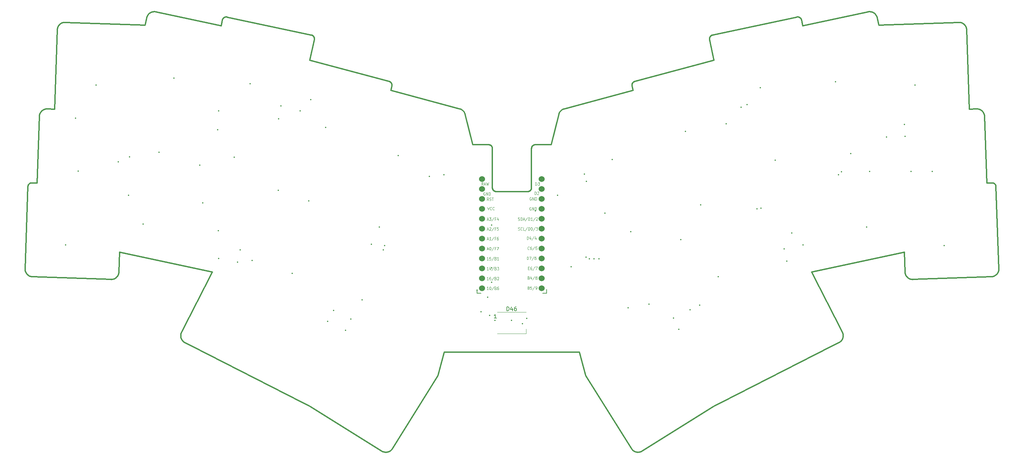
<source format=gto>
%TF.GenerationSoftware,KiCad,Pcbnew,(6.0.6)*%
%TF.CreationDate,2022-07-10T22:01:46+09:00*%
%TF.ProjectId,nowt,6e6f7774-2e6b-4696-9361-645f70636258,rev?*%
%TF.SameCoordinates,Original*%
%TF.FileFunction,Legend,Top*%
%TF.FilePolarity,Positive*%
%FSLAX46Y46*%
G04 Gerber Fmt 4.6, Leading zero omitted, Abs format (unit mm)*
G04 Created by KiCad (PCBNEW (6.0.6)) date 2022-07-10 22:01:46*
%MOMM*%
%LPD*%
G01*
G04 APERTURE LIST*
%TA.AperFunction,Profile*%
%ADD10C,0.349999*%
%TD*%
%ADD11C,0.150000*%
%ADD12C,0.125000*%
%ADD13C,0.120000*%
%ADD14C,1.524000*%
%ADD15C,0.350000*%
%ADD16R,1.500000X1.000000*%
%ADD17C,4.300000*%
%ADD18C,1.900000*%
%ADD19C,3.000000*%
%ADD20C,4.100000*%
%ADD21C,2.000000*%
G04 APERTURE END LIST*
D10*
X72732052Y-26633205D02*
X72684562Y-26643585D01*
X179229312Y-137667739D02*
X179229312Y-137667739D01*
X270294066Y-91684858D02*
X270321484Y-91591155D01*
X196459436Y-32146363D02*
X196458571Y-32196008D01*
X230533221Y-108676893D02*
X230556741Y-108580901D01*
X262154177Y-29918351D02*
X262154177Y-29918351D01*
X31517647Y-28000906D02*
X31420438Y-28014372D01*
X239057900Y-26212028D02*
X239004616Y-26130299D01*
X239312655Y-26847300D02*
X239312655Y-26847300D01*
X197104277Y-31254241D02*
X197057938Y-31273081D01*
X30308662Y-28594722D02*
X30241604Y-28667264D01*
X266173669Y-50734683D02*
X266105080Y-50667580D01*
X115182141Y-43611429D02*
X115158412Y-43567870D01*
X95089535Y-31428482D02*
X95051952Y-31397916D01*
X140961129Y-70437724D02*
X140954768Y-70387679D01*
X61312380Y-107899411D02*
X61302364Y-107996489D01*
X158350196Y-50718048D02*
X158267650Y-50819922D01*
X26536623Y-50228640D02*
X26444609Y-50261262D01*
X115292264Y-44083444D02*
X115291830Y-44034582D01*
X246454202Y-92234775D02*
X246479056Y-92329472D01*
X140919427Y-60041605D02*
X140906354Y-59994511D01*
X115283828Y-43937348D02*
X115276284Y-43889153D01*
X159215351Y-50134709D02*
X159090155Y-50182210D01*
X260959039Y-28156219D02*
X260869103Y-28119283D01*
X238606083Y-25701634D02*
X238527461Y-25641840D01*
X157961692Y-51404106D02*
X157923999Y-51533734D01*
X23082637Y-69067515D02*
X23034527Y-69076596D01*
X150332259Y-71209324D02*
X150286748Y-71226887D01*
X21719967Y-91967790D02*
X21765159Y-92053167D01*
X270184942Y-91956298D02*
X270225732Y-91867596D01*
X261926812Y-29058686D02*
X261879662Y-28974045D01*
X22355374Y-69595762D02*
X22334060Y-69639653D01*
X22115069Y-92509003D02*
X22185383Y-92574359D01*
X151121017Y-59727217D02*
X151094989Y-59767715D01*
X133937526Y-51404093D02*
X133891589Y-51278317D01*
X270388610Y-91105950D02*
X270387606Y-91006736D01*
X176607371Y-44034612D02*
X176606939Y-44083476D01*
X45123022Y-92941581D02*
X45178184Y-92860700D01*
X196464389Y-32296279D02*
X196471169Y-32346757D01*
X140753275Y-59690353D02*
X140723020Y-59651530D01*
X115428202Y-137033728D02*
X127074427Y-118396346D01*
X115203592Y-43655914D02*
X115182141Y-43611429D01*
X23034527Y-69076596D02*
X22987000Y-69088000D01*
X270139818Y-92043001D02*
X270184942Y-91956298D01*
X115289014Y-43985854D02*
X115283828Y-43937348D01*
X150853716Y-70712723D02*
X150831790Y-70756332D01*
X219850350Y-27125968D02*
X219825312Y-27083788D01*
X196676131Y-31566918D02*
X196647174Y-31605205D01*
X72192515Y-26930397D02*
X72160257Y-26966351D01*
X265717927Y-50384675D02*
X265632564Y-50339464D01*
X266685037Y-51658970D02*
X266659348Y-51563062D01*
X247792500Y-93679900D02*
X247886202Y-93707303D01*
X132929984Y-50237615D02*
X132809048Y-50182236D01*
X159090155Y-50182210D02*
X158969219Y-50237593D01*
X248371389Y-93774355D02*
X248470599Y-93773337D01*
X72336989Y-26803832D02*
X72298703Y-26832788D01*
X237527444Y-25270441D02*
X237429897Y-25264460D01*
X150781583Y-70840244D02*
X150753369Y-70880384D01*
X31714403Y-27988342D02*
X31615691Y-27992209D01*
X53453532Y-25585768D02*
X53371694Y-25641844D01*
X177208207Y-43150756D02*
X177163704Y-43171411D01*
X176998061Y-43274526D02*
X176960094Y-43305158D01*
X114939113Y-43305142D02*
X114901148Y-43274510D01*
X114893202Y-137602513D02*
X114971278Y-137543905D01*
X30530817Y-28397626D02*
X30453761Y-28459444D01*
X246433973Y-92138751D02*
X246454202Y-92234775D01*
X261773790Y-28812742D02*
X261715327Y-28736324D01*
X239193221Y-26471921D02*
X239152303Y-26382985D01*
X219637436Y-26863558D02*
X219600545Y-26832779D01*
X94886303Y-31294074D02*
X94841302Y-31273092D01*
X141847361Y-71280237D02*
X141797317Y-71273879D01*
X145949603Y-71285399D02*
X141949603Y-71285399D01*
X150286748Y-71226887D02*
X150240408Y-71242218D01*
X140938638Y-60137704D02*
X140930200Y-60089363D01*
X22247560Y-69970004D02*
X22244601Y-70019530D01*
X177345170Y-137797033D02*
X177435668Y-137835152D01*
X22668216Y-92890970D02*
X22757716Y-92929939D01*
X220263125Y-28851722D02*
X219956149Y-27407487D01*
X265362947Y-50228750D02*
X265268999Y-50200556D01*
X23039268Y-93020588D02*
X23137067Y-93041620D01*
X94381060Y-126216544D02*
X112670657Y-137669425D01*
X115187462Y-137345843D02*
X115253027Y-137272754D01*
X73129115Y-26637251D02*
X73129115Y-26637251D01*
X52951753Y-26051269D02*
X52894548Y-26130303D01*
X268943344Y-92998125D02*
X269036563Y-92968736D01*
X177816101Y-137942532D02*
X177913822Y-137957446D01*
X177300430Y-43115971D02*
X177253806Y-43132258D01*
X150807735Y-70798866D02*
X150781583Y-70840244D01*
X218871195Y-26621047D02*
X218820719Y-26627828D01*
X140504178Y-59453294D02*
X140462782Y-59427148D01*
X61552420Y-109132568D02*
X61602451Y-109216748D01*
X62217312Y-109837216D02*
X62301801Y-109888442D01*
X140949603Y-60285399D02*
X140948373Y-60235804D01*
X268458163Y-93075324D02*
X268557205Y-93069429D01*
X29797051Y-29527887D02*
X29776817Y-29623916D01*
X22244601Y-70019530D02*
X22244601Y-70019530D01*
X115118553Y-137415467D02*
X115187462Y-137345843D01*
X158061496Y-51156710D02*
X158007627Y-51278328D01*
X29851319Y-29339973D02*
X29821909Y-29433185D01*
X178876335Y-137843293D02*
X178967259Y-137806200D01*
X164824786Y-118396346D02*
X176470996Y-137034179D01*
X140462782Y-59427148D02*
X140420230Y-59403099D01*
X22297966Y-69730316D02*
X22283260Y-69776925D01*
X178499446Y-137945570D02*
X178595296Y-137926974D01*
X115276284Y-43889153D02*
X115266393Y-43841357D01*
X248077439Y-93748304D02*
X248174642Y-93761776D01*
X141028196Y-70674672D02*
X141010290Y-70629262D01*
X261447666Y-28461694D02*
X261372948Y-28401404D01*
X150891043Y-70622609D02*
X150873479Y-70668121D01*
X269299612Y-69290022D02*
X269261076Y-69259113D01*
X239261986Y-26655976D02*
X239229815Y-26562966D01*
X177913822Y-137957446D02*
X178011802Y-137967483D01*
X113209932Y-137904890D02*
X113304821Y-137928071D01*
X176780956Y-137415745D02*
X176853122Y-137481756D01*
X45672885Y-86820426D02*
X69356166Y-91854468D01*
X115158412Y-43567870D02*
X115132554Y-43525540D01*
X230471809Y-108865618D02*
X230504855Y-108772017D01*
X176711987Y-137346163D02*
X176780956Y-137415745D01*
X150620761Y-71026747D02*
X150583343Y-71058982D01*
X95051952Y-31397916D02*
X95012789Y-31369118D01*
X260683118Y-28058482D02*
X260587328Y-28034860D01*
X269494489Y-69511261D02*
X269466900Y-69470816D01*
X140873441Y-59902645D02*
X140853670Y-59858037D01*
X151473461Y-59407678D02*
X151431616Y-59431704D01*
X266555503Y-51287900D02*
X266512395Y-51200771D01*
X23440608Y-93075339D02*
X23440608Y-93075339D01*
X114645407Y-43132242D02*
X114598783Y-43115955D01*
X30864014Y-28191826D02*
X30777302Y-28236931D01*
X114974765Y-45384867D02*
X114974765Y-45384867D01*
X30610536Y-28339893D02*
X30530817Y-28397626D01*
X61296583Y-108191587D02*
X61300846Y-108289253D01*
X248470599Y-93773337D02*
X248470599Y-93773337D01*
X269128133Y-92934870D02*
X269217892Y-92896599D01*
X141390504Y-71114626D02*
X141351298Y-71086747D01*
X53012778Y-25975076D02*
X52951753Y-26051269D01*
X21512065Y-91006743D02*
X21511073Y-91109676D01*
X141177966Y-70921511D02*
X141148279Y-70883736D01*
X44106924Y-93679847D02*
X44199121Y-93647921D01*
X150970238Y-60084182D02*
X150961375Y-60133354D01*
X72025857Y-27169584D02*
X72004876Y-27214584D01*
X52841264Y-26212031D02*
X52792002Y-26296309D01*
X23279246Y-69055037D02*
X23229635Y-69054517D01*
X219956149Y-27407487D02*
X219944177Y-27357423D01*
X248174642Y-93761776D02*
X248272681Y-93770481D01*
X71943103Y-27407483D02*
X71636073Y-28851722D01*
X268458163Y-93075324D02*
X268458163Y-93075324D01*
X21609315Y-91698138D02*
X21641924Y-91790146D01*
X230122960Y-109453058D02*
X230184579Y-109377345D01*
X95012789Y-31369118D02*
X94972095Y-31342162D01*
X266594451Y-51377406D02*
X266555503Y-51287900D01*
X151949603Y-59287265D02*
X151898208Y-59288563D01*
X247110844Y-93303191D02*
X247187893Y-93365010D01*
X54763267Y-25275298D02*
X54665214Y-25266857D01*
X21538593Y-91410930D02*
X21557528Y-91508400D01*
X145949603Y-112396346D02*
X145949603Y-112396346D01*
X22047981Y-92440397D02*
X22115069Y-92509003D01*
X61342415Y-108580593D02*
X61365912Y-108676563D01*
X237233945Y-25266856D02*
X237135890Y-25275297D01*
X112670657Y-137669425D02*
X112756081Y-137719996D01*
X133264176Y-50447946D02*
X133157854Y-50370781D01*
X269645899Y-69920900D02*
X269638131Y-69872298D01*
X269180093Y-69203455D02*
X269137812Y-69178767D01*
X113497318Y-137960397D02*
X113594575Y-137969484D01*
X229916846Y-109661084D02*
X229988978Y-109595063D01*
X158191814Y-50927198D02*
X158122994Y-51039564D01*
X157923999Y-51533734D02*
X155949603Y-59287265D01*
X265544860Y-50298325D02*
X265454944Y-50261380D01*
X150656695Y-70992553D02*
X150656695Y-70992553D01*
X72160257Y-26966351D02*
X72129692Y-27003934D01*
X266300965Y-50878440D02*
X266239007Y-50805010D01*
X45063825Y-93019842D02*
X45123022Y-92941581D01*
X43528069Y-93774327D02*
X43626771Y-93770447D01*
X140853670Y-59858037D02*
X140831733Y-59814422D01*
X45491674Y-91943369D02*
X45497592Y-91844336D01*
X247609764Y-93611596D02*
X247700299Y-93647977D01*
X52792002Y-26296309D02*
X52746861Y-26382988D01*
X151797501Y-59298759D02*
X151748313Y-59307532D01*
X72977762Y-26616866D02*
X72927767Y-26615232D01*
X266739703Y-52060307D02*
X266733510Y-51957559D01*
X262099500Y-29516948D02*
X262073804Y-29421026D01*
X238753273Y-25831794D02*
X238681388Y-25765001D01*
X22335202Y-92694801D02*
X22414466Y-92749628D01*
X72298703Y-26832788D02*
X72261812Y-26863567D01*
X140286457Y-59343876D02*
X140240100Y-59328556D01*
X22848752Y-69135837D02*
X22804390Y-69156220D01*
X128682116Y-112396346D02*
X145949603Y-112396346D01*
X151314130Y-59515102D02*
X151277860Y-59546467D01*
X176960094Y-43305158D02*
X176923646Y-43337623D01*
X269474688Y-92756095D02*
X269555588Y-92700942D01*
X264774532Y-50130367D02*
X264671603Y-50131333D01*
X247349815Y-93476333D02*
X247434356Y-93525712D01*
X72073941Y-27083793D02*
X72048903Y-27125971D01*
X25940783Y-50543395D02*
X25866068Y-50603686D01*
X261828611Y-28892023D02*
X261773790Y-28812742D01*
X95348682Y-31770834D02*
X95327499Y-31727711D01*
X140949603Y-60285399D02*
X140949603Y-60285399D01*
X112932800Y-137807635D02*
X113023746Y-137844643D01*
X269217892Y-92896599D02*
X269305679Y-92853997D01*
X269654238Y-70019530D02*
X269654238Y-70019530D01*
X151048774Y-59852556D02*
X151028712Y-59896776D01*
X133157854Y-50370781D02*
X133046355Y-50300567D01*
X261715327Y-28736324D02*
X261653353Y-28662888D01*
X115253027Y-137272754D02*
X115315101Y-137196304D01*
X140656558Y-59578173D02*
X140656558Y-59578173D01*
X62301801Y-109888442D02*
X62389102Y-109935630D01*
X265800820Y-50433838D02*
X265717927Y-50384675D01*
X95252051Y-31605223D02*
X95223095Y-31566935D01*
X25386945Y-51200681D02*
X25343828Y-51287821D01*
X43822001Y-93748261D02*
X43918198Y-93730079D01*
X266239007Y-50805010D02*
X266173669Y-50734683D01*
X269305679Y-92853997D02*
X269391331Y-92807138D01*
X261587999Y-28592557D02*
X261519393Y-28525452D01*
X239706683Y-28701015D02*
X239706683Y-28701015D01*
X176606939Y-44083476D02*
X176608899Y-44132386D01*
X270225732Y-91867596D02*
X270262128Y-91777060D01*
X237429897Y-25264460D02*
X237332006Y-25263255D01*
X219929842Y-27308552D02*
X219913217Y-27260923D01*
X114861734Y-43245766D02*
X114820942Y-43218963D01*
X133631557Y-50819922D02*
X133549010Y-50718051D01*
X45229237Y-92777362D02*
X45276108Y-92691728D01*
X53988458Y-25341472D02*
X53895246Y-25370843D01*
X230499626Y-107518401D02*
X230466082Y-107425818D01*
X176525722Y-137117016D02*
X176584226Y-137196695D01*
X72048903Y-27125971D02*
X72025857Y-27169584D01*
X230556741Y-108580901D02*
X230575429Y-108484219D01*
X45480912Y-92041559D02*
X45491674Y-91943369D01*
X150949603Y-70285399D02*
X150949603Y-70285399D01*
X176853122Y-137481756D02*
X176928342Y-137544091D01*
X95327499Y-31727711D02*
X95304301Y-31685685D01*
X25304873Y-51377337D02*
X25270208Y-51469110D01*
X266512395Y-51200771D02*
X266465258Y-51116139D01*
X270262128Y-91777060D02*
X270294066Y-91684858D01*
X115428202Y-137033728D02*
X115428202Y-137033728D01*
X140950905Y-70336896D02*
X140949603Y-70285437D01*
X237135890Y-25275297D02*
X237038015Y-25288610D01*
X197487612Y-126216643D02*
X229509402Y-109935973D01*
X145949603Y-112396346D02*
X163217089Y-112396346D01*
X158122994Y-51039564D02*
X158061496Y-51156710D01*
X150949603Y-60285434D02*
X150949603Y-70285399D01*
X95440628Y-32196018D02*
X95439765Y-32146374D01*
X230552663Y-107707165D02*
X230528490Y-107612242D01*
X141094387Y-70803959D02*
X141070307Y-70762083D01*
X140331985Y-59361429D02*
X140286457Y-59343876D01*
X133549010Y-50718051D02*
X133460060Y-50621891D01*
X266659348Y-51563062D02*
X266629109Y-51469167D01*
X114554688Y-137797130D02*
X114642959Y-137754655D01*
X22894029Y-69117651D02*
X22848752Y-69135837D01*
X178690178Y-137903709D02*
X178783916Y-137875806D01*
X22849472Y-92964618D02*
X22943363Y-92994878D01*
X114901148Y-43274510D02*
X114861734Y-43245766D01*
X52894548Y-26130303D02*
X52841264Y-26212031D01*
X25725741Y-50734551D02*
X25660389Y-50804882D01*
X158267650Y-50819922D02*
X158191814Y-50927198D01*
X114642959Y-137754655D02*
X114728898Y-137707991D01*
X230184579Y-109377345D02*
X230242463Y-109298670D01*
X29966118Y-29070885D02*
X29923497Y-29158661D01*
X265268999Y-50200556D02*
X265173229Y-50176919D01*
X115075086Y-43445461D02*
X115043617Y-43407821D01*
X95192318Y-31530043D02*
X95159766Y-31494620D01*
X219070327Y-26619406D02*
X219021109Y-26616091D01*
X61309896Y-108386761D02*
X61323748Y-108483933D01*
X264976744Y-50143801D02*
X264876289Y-50134563D01*
X25598418Y-50878318D02*
X25539959Y-50954737D01*
X246401766Y-91844329D02*
X246407681Y-91943366D01*
X22718747Y-69203458D02*
X22677632Y-69230251D01*
X248272681Y-93770481D02*
X248371389Y-93774355D01*
X150981465Y-60035876D02*
X150970238Y-60084182D01*
X30241604Y-28667264D02*
X30178435Y-28742749D01*
X72878124Y-26616097D02*
X72828907Y-26619413D01*
X219706736Y-26930389D02*
X219672858Y-26896111D01*
X25270208Y-51469110D02*
X25239964Y-51563018D01*
X61981866Y-109660660D02*
X62057229Y-109723190D01*
X158969219Y-50237593D02*
X158852848Y-50300548D01*
X230575429Y-108484219D02*
X230589300Y-108387023D01*
X72591831Y-26671069D02*
X72546738Y-26688076D01*
X176645029Y-43794071D02*
X176632804Y-43841382D01*
X115258303Y-44326695D02*
X115269951Y-44278480D01*
X150994996Y-59988498D02*
X150981465Y-60035876D01*
X151277860Y-59546467D02*
X151243140Y-59579510D01*
X270362514Y-91399912D02*
X270376002Y-91302704D01*
X269615582Y-69776925D02*
X269600875Y-69730314D01*
X237038015Y-25288610D02*
X236940493Y-25306828D01*
X25660389Y-50804882D02*
X25598418Y-50878318D01*
X140145231Y-59304752D02*
X140096883Y-59296335D01*
X25177055Y-51856337D02*
X25165793Y-51957572D01*
X176629254Y-44278517D02*
X176640902Y-44326733D01*
X73129115Y-26637251D02*
X73078511Y-26627828D01*
X151010766Y-59942110D02*
X150994996Y-59988498D01*
X246226321Y-86820426D02*
X246401766Y-91844329D01*
X196460206Y-32246005D02*
X196464389Y-32296279D01*
X269600875Y-69730314D02*
X269583929Y-69684530D01*
X177163704Y-43171411D02*
X177120368Y-43194170D01*
X72502594Y-26707196D02*
X72459472Y-26728380D01*
X151028712Y-59896776D02*
X151010766Y-59942110D01*
X45672885Y-86820426D02*
X45672885Y-86820426D01*
X196847282Y-31397901D02*
X196809697Y-31428466D01*
X26726375Y-50176830D02*
X26630588Y-50200456D01*
X260390803Y-28001776D02*
X260290328Y-27992558D01*
X72226391Y-26896119D02*
X72192515Y-26930397D01*
X26823853Y-50157884D02*
X26726375Y-50176830D01*
X114728898Y-137707991D02*
X114812361Y-137657243D01*
X115010418Y-43371851D02*
X114975560Y-43337607D01*
X261046763Y-28197350D02*
X260959039Y-28156219D01*
X53371694Y-25641844D02*
X53293074Y-25701638D01*
X61300846Y-108289253D02*
X61309896Y-108386761D01*
X246776340Y-92941621D02*
X246835541Y-93019886D01*
X30379534Y-28525285D02*
X30379534Y-28525285D01*
X150690891Y-70956620D02*
X150656695Y-70992553D01*
X52192523Y-28701015D02*
X52192523Y-28701015D01*
X269261076Y-69259113D02*
X269221208Y-69230247D01*
X177622634Y-137898095D02*
X177718814Y-137922713D01*
X270387606Y-91006736D02*
X269654238Y-70019530D01*
X269543466Y-69595760D02*
X269520023Y-69552936D01*
X150544522Y-71089222D02*
X150504382Y-71117434D01*
X29923497Y-29158661D02*
X29885206Y-29248411D01*
X31324229Y-28032544D02*
X31229187Y-28055361D01*
X177256857Y-137754620D02*
X177345170Y-137797033D01*
X22562113Y-69322947D02*
X22526672Y-69357667D01*
X115158412Y-43567870D02*
X115158412Y-43567870D01*
X247700299Y-93647977D02*
X247792500Y-93679900D01*
X115239617Y-43747311D02*
X115222755Y-43701237D01*
X261969931Y-29145826D02*
X261926812Y-29058686D01*
X179056514Y-137764557D02*
X179143923Y-137718393D01*
X21515244Y-91211439D02*
X21524458Y-91311900D01*
X149949572Y-71285434D02*
X149949572Y-71285434D01*
X133365013Y-50531753D02*
X133264176Y-50447946D01*
X230427873Y-107334672D02*
X230385012Y-107245139D01*
X219352503Y-26688066D02*
X219307409Y-26671059D01*
X95279135Y-31644831D02*
X95252051Y-31605223D01*
X246479056Y-92329472D02*
X246508462Y-92422680D01*
X151094989Y-59767715D02*
X151070887Y-59809515D01*
X53538047Y-25533815D02*
X53453532Y-25585768D01*
X219956149Y-27407487D02*
X219956149Y-27407487D01*
X114551203Y-43101933D02*
X114551203Y-43101933D01*
X238185991Y-25443293D02*
X238095736Y-25404792D01*
X114598783Y-43115955D02*
X114551203Y-43101933D01*
X141652241Y-71240445D02*
X141605777Y-71224724D01*
X268911839Y-69087996D02*
X268864314Y-69076592D01*
X268752604Y-93043175D02*
X268848637Y-93022962D01*
X114975560Y-43337607D02*
X114939113Y-43305142D01*
X140906354Y-59994511D02*
X140891014Y-59948164D01*
X219214676Y-26643576D02*
X219167185Y-26633197D01*
X54274691Y-25281167D02*
X54178355Y-25296602D01*
X239152303Y-26382985D02*
X239107163Y-26296305D01*
X135949603Y-59287265D02*
X135949603Y-59287265D01*
X115266393Y-43841357D02*
X115254167Y-43794047D01*
X266359413Y-50954852D02*
X266300965Y-50878440D01*
X269004809Y-69117647D02*
X268958699Y-69101691D01*
X163217089Y-112396346D02*
X164824786Y-118396346D01*
X22493138Y-69393940D02*
X22461548Y-69431684D01*
X140981092Y-70535347D02*
X140969924Y-70486967D01*
X72129692Y-27003934D02*
X72100895Y-27043097D01*
X176676441Y-43701259D02*
X176659579Y-43747334D01*
X26018359Y-50486693D02*
X25940783Y-50543395D01*
X266465258Y-51116139D02*
X266414220Y-51034126D01*
X29744601Y-29918353D02*
X29744601Y-29918353D01*
X45497592Y-91844336D02*
X45672885Y-86820426D01*
X23229635Y-69054517D02*
X23180274Y-69056444D01*
X269633868Y-92641753D02*
X269709369Y-92578601D01*
X150949603Y-70285399D02*
X150948374Y-70334994D01*
X196571720Y-31727694D02*
X196550535Y-31770818D01*
X95439765Y-32146374D02*
X95436452Y-32097156D01*
X94648402Y-31211313D02*
X73129115Y-26637251D01*
X266629109Y-51469167D02*
X266594451Y-51377406D01*
X53077523Y-25901870D02*
X53012778Y-25975076D01*
X22496470Y-92800685D02*
X22581093Y-92847842D01*
X54082886Y-25316714D02*
X53988458Y-25341472D01*
X230589300Y-108387023D02*
X230598367Y-108289491D01*
X140583173Y-59511743D02*
X140544336Y-59481504D01*
X196499561Y-31906026D02*
X196486923Y-31952794D01*
X239229815Y-26562966D02*
X239193221Y-26471921D01*
X179229312Y-137667739D02*
X197487612Y-126216643D01*
X61346595Y-107707082D02*
X61327129Y-107802883D01*
X26266955Y-50339334D02*
X26181575Y-50384541D01*
X177435668Y-137835152D02*
X177528204Y-137868874D01*
X158852848Y-50300548D02*
X158741348Y-50370765D01*
X22677632Y-69230251D02*
X22637766Y-69259117D01*
X21984239Y-92368671D02*
X22047981Y-92440397D01*
X196594920Y-31685668D02*
X196571720Y-31727694D01*
X140891014Y-59948164D02*
X140873441Y-59902645D01*
X151652583Y-59332115D02*
X151606167Y-59347800D01*
X71969411Y-27308551D02*
X71955075Y-27357420D01*
X261879662Y-28974045D02*
X261828611Y-28892023D01*
X94841302Y-31273092D02*
X94794964Y-31254251D01*
X246401766Y-91844329D02*
X246401766Y-91844329D01*
X237816278Y-25316711D02*
X237720809Y-25296599D01*
X115104756Y-43484719D02*
X115075086Y-43445461D01*
X177078268Y-43218978D02*
X177037476Y-43245781D01*
X176924441Y-45384867D02*
X159344500Y-50095401D01*
X150930210Y-70481425D02*
X150919442Y-70529179D01*
X44465051Y-93525653D02*
X44549586Y-93476274D01*
X115279160Y-44229959D02*
X115285940Y-44181220D01*
X270376002Y-91302704D02*
X270384721Y-91204662D01*
X23440608Y-93075339D02*
X43428866Y-93773314D01*
X21678848Y-91880073D02*
X21719967Y-91967790D01*
X159344500Y-50095401D02*
X159215351Y-50134709D01*
X44711499Y-93364952D02*
X44788543Y-93303135D01*
X262043557Y-29327117D02*
X262008890Y-29235344D01*
X219522650Y-26776736D02*
X219481797Y-26751569D01*
X114820942Y-43218963D02*
X114778844Y-43194155D01*
X22761027Y-69178771D02*
X22718747Y-69203458D01*
X23137067Y-93041620D02*
X23236637Y-93057842D01*
X26181575Y-50384541D02*
X26098666Y-50433701D01*
X176928342Y-137544091D02*
X177006470Y-137602649D01*
X219307409Y-26671059D02*
X219261442Y-26656213D01*
X94794964Y-31254251D02*
X94747335Y-31237624D01*
X177087362Y-137657325D02*
X177170873Y-137708016D01*
X219167185Y-26633197D02*
X219119043Y-26625125D01*
X238361108Y-25533811D02*
X238274506Y-25486310D01*
X113116181Y-137877071D02*
X113209932Y-137904890D01*
X196620087Y-31644814D02*
X196594920Y-31685668D01*
X61323748Y-108483933D02*
X61342415Y-108580593D01*
X128682116Y-112396346D02*
X128682116Y-112396346D01*
X158635027Y-50447933D02*
X158534191Y-50531744D01*
X95159766Y-31494620D02*
X95125489Y-31460742D01*
X158534191Y-50531744D02*
X158439145Y-50621885D01*
X43428866Y-93773314D02*
X43528069Y-93774327D01*
X140048035Y-59290287D02*
X139998769Y-59286642D01*
X151178602Y-59650382D02*
X151148909Y-59688085D01*
X69356166Y-91854468D02*
X69356166Y-91854468D01*
X269466900Y-69470816D02*
X269437293Y-69431680D01*
X150961375Y-60133354D02*
X150954939Y-60183328D01*
X197487612Y-126216643D02*
X197487612Y-126216643D01*
X197602359Y-37674814D02*
X177348010Y-43101950D01*
X62057229Y-109723190D02*
X62135750Y-109782087D01*
X45276108Y-92691728D02*
X45318722Y-92603959D01*
X229509402Y-109935973D02*
X229596744Y-109888808D01*
X22637766Y-69259117D02*
X22599232Y-69290026D01*
X114551203Y-43101933D02*
X94296847Y-37674814D01*
X246226321Y-86820426D02*
X246226321Y-86820426D01*
X230598367Y-108289491D02*
X230602644Y-108191800D01*
X267334750Y-69099917D02*
X267334750Y-69099917D01*
X237720809Y-25296599D02*
X237624473Y-25281165D01*
X219439771Y-26728370D02*
X219396648Y-26707186D01*
X52609528Y-26750805D02*
X52586505Y-26847303D01*
X196647174Y-31605205D02*
X196620087Y-31644814D01*
X139998769Y-59286642D02*
X139949168Y-59285434D01*
X150919442Y-70529179D02*
X150906376Y-70576267D01*
X178207836Y-137973049D02*
X178305540Y-137968637D01*
X61399625Y-107518371D02*
X61370765Y-107612186D01*
X238003916Y-25370840D02*
X237910705Y-25341469D01*
X114464231Y-137835314D02*
X114554688Y-137797130D01*
X151391071Y-59457658D02*
X151351888Y-59485478D01*
X61427269Y-108865249D02*
X61464713Y-108956683D01*
X196471169Y-32346757D02*
X196480593Y-32397362D01*
X141949603Y-71285399D02*
X141949603Y-71285399D01*
X247267606Y-93422745D02*
X247349815Y-93476333D01*
X22461548Y-69431684D02*
X22431940Y-69470819D01*
X176740786Y-43567889D02*
X176740786Y-43567889D01*
X141699693Y-71253920D02*
X141652241Y-71240445D01*
X230528490Y-107612242D02*
X230499626Y-107518401D01*
X269437293Y-69431680D02*
X269405705Y-69393936D01*
X72004876Y-27214584D02*
X71986036Y-27260923D01*
X196458571Y-32196008D02*
X196460206Y-32246005D01*
X61841073Y-109525241D02*
X61909775Y-109594632D01*
X140954768Y-70387679D02*
X140950905Y-70336896D01*
X269372173Y-69357663D02*
X269336734Y-69322943D01*
X267334750Y-69099917D02*
X266739703Y-52060307D01*
X155949603Y-59287265D02*
X155949603Y-59287265D01*
X72780192Y-26625132D02*
X72732052Y-26633205D01*
X150873479Y-70668121D02*
X150853716Y-70712723D01*
X158741348Y-50370765D02*
X158635027Y-50447933D01*
X229841442Y-109723604D02*
X229916846Y-109661084D01*
X43626771Y-93770447D02*
X43724803Y-93761738D01*
X54567155Y-25263256D02*
X54469265Y-25264462D01*
X61433162Y-107425814D02*
X61399625Y-107518371D01*
X238527461Y-25641840D02*
X238445620Y-25585764D01*
X268864314Y-69076592D02*
X268816205Y-69067511D01*
X247187893Y-93365010D02*
X247267606Y-93422745D01*
X95422663Y-32000299D02*
X95412286Y-31952808D01*
X140620608Y-59543977D02*
X140583173Y-59511743D01*
X177006470Y-137602649D02*
X177087362Y-137657325D01*
X236940493Y-25306828D02*
X236940493Y-25306828D01*
X269094449Y-69156216D02*
X269050087Y-69135833D01*
X219481797Y-26751569D02*
X219439771Y-26728370D01*
X31135478Y-28082759D02*
X31043269Y-28114678D01*
X113304821Y-137928071D02*
X113400675Y-137946583D01*
X22526672Y-69357667D02*
X22493138Y-69393940D01*
X246508462Y-92422680D02*
X246542344Y-92514238D01*
X45357007Y-92514217D02*
X45390889Y-92422663D01*
X45497592Y-91844336D02*
X45497592Y-91844336D01*
X22599232Y-69290026D02*
X22562113Y-69322947D01*
X270344321Y-91496117D02*
X270362514Y-91399912D01*
X196969322Y-31317109D02*
X196927142Y-31342148D01*
X114371731Y-137869104D02*
X114464231Y-137835314D01*
X269651281Y-69970004D02*
X269645899Y-69920900D01*
X43428866Y-93773314D02*
X43428866Y-93773314D01*
X21557528Y-91508400D02*
X21581143Y-91604179D01*
X196480593Y-32397362D02*
X197602359Y-37674814D01*
X268619601Y-69055033D02*
X268619601Y-69055033D01*
X237624473Y-25281165D02*
X237527444Y-25270441D01*
X44199121Y-93647921D02*
X44289652Y-93611539D01*
X115132554Y-43525540D02*
X115104756Y-43484719D01*
X197012936Y-31294062D02*
X196969322Y-31317109D01*
X29036982Y-50194493D02*
X29036982Y-50194493D01*
X150376860Y-71189564D02*
X150332259Y-71209324D01*
X176659579Y-43747334D02*
X176645029Y-43794071D01*
X127074427Y-118396346D02*
X127074427Y-118396346D01*
X196468470Y-32048427D02*
X196462752Y-32097144D01*
X177348010Y-43101950D02*
X177348010Y-43101950D01*
X72828907Y-26619413D02*
X72780192Y-26625132D01*
X219600545Y-26832779D02*
X219562258Y-26803822D01*
X141148279Y-70883736D02*
X141120398Y-70844531D01*
X113888274Y-137968088D02*
X113986232Y-137957972D01*
X150583343Y-71058982D02*
X150544522Y-71089222D01*
X196550535Y-31770818D02*
X196531415Y-31814964D01*
X150240408Y-71242218D02*
X150193323Y-71255283D01*
X266722248Y-51856340D02*
X266706048Y-51756770D01*
X176470996Y-137034179D02*
X176525722Y-137117016D01*
X197057938Y-31273081D02*
X197012936Y-31294062D01*
X140969924Y-70486967D02*
X140961129Y-70437724D01*
X158439145Y-50621885D02*
X158350196Y-50718048D01*
X22404351Y-69511264D02*
X22378817Y-69552939D01*
X140192997Y-59315504D02*
X140145231Y-59304752D01*
X61602451Y-109216748D02*
X61656448Y-109298241D01*
X95418597Y-32397368D02*
X95428024Y-32346764D01*
X140831733Y-59814422D02*
X140807666Y-59771882D01*
X30952726Y-28151054D02*
X30864014Y-28191826D01*
X151351888Y-59485478D02*
X151314130Y-59515102D01*
X197602359Y-37674814D02*
X197602359Y-37674814D01*
X30379534Y-28525285D02*
X30308662Y-28594722D01*
X45318722Y-92603959D02*
X45357007Y-92514217D01*
X197250842Y-31211308D02*
X197250842Y-31211308D01*
X62389102Y-109935630D02*
X62389102Y-109935630D01*
X72100895Y-27043097D02*
X72073941Y-27083793D01*
X220263125Y-28851722D02*
X220263125Y-28851722D01*
X95412286Y-31952808D02*
X95399651Y-31906041D01*
X218770114Y-26637253D02*
X197250842Y-31211308D01*
X52586505Y-26847303D02*
X52586505Y-26847303D01*
X248470599Y-93773337D02*
X268458163Y-93075324D01*
X238821639Y-25901866D02*
X238753273Y-25831794D01*
X219873396Y-27169582D02*
X219850350Y-27125968D01*
X45420294Y-92329458D02*
X45445149Y-92234766D01*
X262136720Y-29714349D02*
X262120515Y-29614763D01*
X115046443Y-137481522D02*
X115118553Y-137415467D01*
X150145573Y-71266048D02*
X150097241Y-71274480D01*
X61327129Y-107802883D02*
X61312380Y-107899411D01*
X21867279Y-92216379D02*
X21923965Y-92293955D01*
X25485140Y-51034018D02*
X25434092Y-51116040D01*
X268557205Y-93069429D02*
X268655406Y-93058688D01*
X219894377Y-27214583D02*
X219873396Y-27169582D01*
X246542344Y-92514238D02*
X246580630Y-92603985D01*
X176610186Y-43985883D02*
X176607371Y-44034612D01*
X140544336Y-59481504D02*
X140504178Y-59453294D01*
X25794344Y-50667445D02*
X25725741Y-50734551D01*
X94972095Y-31342162D02*
X94929916Y-31317122D01*
X269564780Y-69639651D02*
X269543466Y-69595760D01*
X151949603Y-59287265D02*
X151949603Y-59287265D01*
X26444609Y-50261262D02*
X26354676Y-50298200D01*
X29761282Y-29721111D02*
X29750519Y-29819310D01*
X151847487Y-59292415D02*
X151797501Y-59298759D01*
X45465379Y-92138745D02*
X45480912Y-92041559D01*
X246623246Y-92691758D02*
X246670119Y-92777396D01*
X151560799Y-59365664D02*
X151516543Y-59385644D01*
X140807666Y-59771882D02*
X140781502Y-59730498D01*
X139949168Y-59285434D02*
X139949168Y-59285434D01*
X269851382Y-92440703D02*
X269917238Y-92366492D01*
X158007627Y-51278328D02*
X157961692Y-51404106D01*
X141313521Y-71057061D02*
X141277237Y-71025632D01*
X52705943Y-26471924D02*
X52669348Y-26562970D01*
X141797317Y-71273879D02*
X141748073Y-71265085D01*
X53713168Y-25443296D02*
X53624651Y-25486314D01*
X176640902Y-44326733D02*
X176640902Y-44326733D01*
X45390889Y-92422663D02*
X45420294Y-92329458D01*
X133707395Y-50927194D02*
X133631557Y-50819922D01*
X269917238Y-92366492D02*
X269979072Y-92289450D01*
X30064058Y-28901900D02*
X30012996Y-28985244D01*
X269221208Y-69230247D02*
X269180093Y-69203455D01*
X43918198Y-93730079D02*
X44013228Y-93707253D01*
X230504855Y-108772017D02*
X230504855Y-108772017D01*
X27228083Y-50131324D02*
X27228083Y-50131324D01*
X61656448Y-109298241D02*
X61714294Y-109376910D01*
X196514407Y-31860058D02*
X196499561Y-31906026D01*
X53145888Y-25831798D02*
X53077523Y-25901870D01*
X31813616Y-27989368D02*
X31714403Y-27988342D01*
X176622914Y-43889180D02*
X176615370Y-43937376D01*
X72546738Y-26688076D02*
X72502594Y-26707196D01*
X73028035Y-26621049D02*
X72977762Y-26616866D01*
X114735508Y-43171396D02*
X114691006Y-43150740D01*
X176924441Y-45384867D02*
X176924441Y-45384867D01*
X71636073Y-28851722D02*
X54958659Y-25306828D01*
X269391331Y-92807138D02*
X269474688Y-92756095D01*
X177253806Y-43132258D02*
X177208207Y-43150756D01*
X246835541Y-93019886D02*
X246898705Y-93095370D01*
X115222755Y-43701237D02*
X115203592Y-43655914D01*
X145949603Y-71285399D02*
X145949603Y-71285399D01*
X176794445Y-43484737D02*
X176766645Y-43525558D01*
X176608899Y-44132386D02*
X176613264Y-44181255D01*
X23337857Y-93069125D02*
X23440608Y-93075339D01*
X25539959Y-50954737D02*
X25485140Y-51034018D01*
X196739463Y-31494603D02*
X196706910Y-31530026D01*
X159344500Y-50095401D02*
X159344500Y-50095401D01*
X178305540Y-137968637D02*
X178402802Y-137959467D01*
X141431077Y-71140635D02*
X141390504Y-71114626D01*
X94296847Y-37674814D02*
X94296847Y-37674814D01*
X72927767Y-26615232D02*
X72878124Y-26616097D01*
X52669348Y-26562970D02*
X52637176Y-26655979D01*
X22562113Y-69322947D02*
X22562113Y-69322947D01*
X45178184Y-92860700D02*
X45229237Y-92777362D01*
X196809697Y-31428466D02*
X196773742Y-31460726D01*
X61909775Y-109594632D02*
X61981866Y-109660660D01*
X268718570Y-69056440D02*
X268669211Y-69054513D01*
X197200778Y-31223280D02*
X197151907Y-31237616D01*
X176620045Y-44229994D02*
X176629254Y-44278517D01*
X230385012Y-107245139D02*
X230385012Y-107245139D01*
X114691006Y-43150740D02*
X114645407Y-43132242D01*
X22283260Y-69776925D02*
X22270829Y-69824280D01*
X238947411Y-26051265D02*
X238886385Y-25975072D01*
X141120398Y-70844531D02*
X141094387Y-70803959D01*
X260085604Y-27989373D02*
X239706683Y-28701015D01*
X113790228Y-137973359D02*
X113888274Y-137968088D01*
X25434092Y-51116040D02*
X25386945Y-51200681D01*
X21581143Y-91604179D02*
X21609315Y-91698138D01*
X114812361Y-137657243D02*
X114893202Y-137602513D01*
X229509402Y-109935973D02*
X229509402Y-109935973D01*
X23279246Y-69055037D02*
X23279246Y-69055037D01*
X266733510Y-51957559D02*
X266722248Y-51856340D01*
X22378817Y-69552939D02*
X22355374Y-69595762D01*
X61297094Y-108093940D02*
X61296583Y-108191587D01*
X219913217Y-27260923D02*
X219894377Y-27214583D01*
X72417448Y-26751579D02*
X72376595Y-26776746D01*
X261519393Y-28525452D02*
X261447666Y-28461694D01*
X237910705Y-25341469D02*
X237816278Y-25316711D01*
X114974765Y-45384867D02*
X115258303Y-44326695D01*
X21524458Y-91311900D02*
X21538593Y-91410930D01*
X150954939Y-60183328D02*
X150950995Y-60234042D01*
X229681275Y-109837601D02*
X229762879Y-109782488D01*
X177718814Y-137922713D02*
X177718814Y-137922713D01*
X196886446Y-31369103D02*
X196847282Y-31397901D01*
X151699986Y-59318671D02*
X151652583Y-59332115D01*
X176717056Y-43611449D02*
X176695604Y-43655935D01*
X266414220Y-51034126D02*
X266359413Y-50954852D01*
X95304301Y-31685685D02*
X95279135Y-31644831D01*
X54665214Y-25266857D02*
X54567155Y-25263256D01*
X270090424Y-92127538D02*
X270139818Y-92043001D01*
X150504382Y-71117434D02*
X150463003Y-71143585D01*
X54861140Y-25288611D02*
X54763267Y-25275298D01*
X22270829Y-69824280D02*
X22260711Y-69872299D01*
X247521060Y-93570821D02*
X247609764Y-93611596D01*
X246721175Y-92860737D02*
X246776340Y-92941621D01*
X94381060Y-126216544D02*
X94381060Y-126216544D01*
X150048409Y-71280544D02*
X149999159Y-71284207D01*
X54958659Y-25306828D02*
X54958659Y-25306828D01*
X247036624Y-93237349D02*
X247110844Y-93303191D01*
X219119043Y-26625125D02*
X219070327Y-26619406D01*
X270387606Y-91006736D02*
X270387606Y-91006736D01*
X114083928Y-137942981D02*
X114181185Y-137923087D01*
X247434356Y-93525712D02*
X247521060Y-93570821D01*
X114971278Y-137543905D02*
X115046443Y-137481522D01*
X264671603Y-50131333D02*
X264671603Y-50131333D01*
X178595296Y-137926974D02*
X178690178Y-137903709D01*
X219672858Y-26896111D02*
X219637436Y-26863558D01*
X25239964Y-51563018D02*
X25214270Y-51658939D01*
X115290304Y-44132353D02*
X115292264Y-44083444D01*
X269654238Y-70019530D02*
X269651281Y-69970004D01*
X196927142Y-31342148D02*
X196886446Y-31369103D01*
X23236637Y-93057842D02*
X23337857Y-93069125D01*
X133460060Y-50621891D02*
X133365013Y-50531753D01*
X22185383Y-92574359D02*
X22258801Y-92636335D01*
X266033371Y-50603823D02*
X265958671Y-50543533D01*
X114181185Y-137923087D02*
X114181185Y-137923087D01*
X22581093Y-92847842D02*
X22668216Y-92890970D01*
X26098666Y-50433701D02*
X26018359Y-50486693D01*
X31420438Y-28014372D02*
X31324229Y-28032544D01*
X238095736Y-25404792D02*
X238003916Y-25370840D01*
X238274506Y-25486310D02*
X238185991Y-25443293D01*
X115258303Y-44326695D02*
X115258303Y-44326695D01*
X24564463Y-69099917D02*
X23279246Y-69055037D01*
X140948373Y-60235804D02*
X140944707Y-60186545D01*
X141949603Y-71285399D02*
X141898144Y-71284098D01*
X238681388Y-25765001D02*
X238606083Y-25701634D01*
X230346562Y-109132981D02*
X230392547Y-109046235D01*
X150906376Y-70576267D02*
X150891043Y-70622609D01*
X261132146Y-28242555D02*
X261046763Y-28197350D01*
X53453532Y-25585768D02*
X53453532Y-25585768D01*
X94929916Y-31317122D02*
X94886303Y-31294074D01*
X176632804Y-43841382D02*
X176622914Y-43889180D01*
X218820719Y-26627828D02*
X218770114Y-26637253D01*
X27023365Y-50134517D02*
X26922893Y-50143739D01*
X150656695Y-70992553D02*
X150620761Y-71026747D01*
X44549586Y-93476274D02*
X44631791Y-93422686D01*
X261295368Y-28344704D02*
X261215058Y-28291714D01*
X260869103Y-28119283D02*
X260777086Y-28086664D01*
X140949603Y-70285437D02*
X140949603Y-70285437D01*
X61471361Y-107334693D02*
X61433162Y-107425814D01*
X25193257Y-51756753D02*
X25177055Y-51856337D01*
X30777302Y-28236931D02*
X30692754Y-28286307D01*
X150097241Y-71274480D02*
X150048409Y-71280544D01*
X246898705Y-93095370D02*
X246965757Y-93167912D01*
X95223095Y-31566935D02*
X95192318Y-31530043D01*
X230057721Y-109525676D02*
X230122960Y-109453058D01*
X22258801Y-92636335D02*
X22335202Y-92694801D01*
X140240100Y-59328556D02*
X140192997Y-59315504D01*
X95438991Y-32246014D02*
X95440628Y-32196018D01*
X22414466Y-92749628D02*
X22496470Y-92800685D01*
X230392547Y-109046235D02*
X230434334Y-108957069D01*
X157923999Y-51533734D02*
X157923999Y-51533734D01*
X95430735Y-32048440D02*
X95422663Y-32000299D01*
X219021109Y-26616091D02*
X218971465Y-26615227D01*
X30692754Y-28286307D02*
X30610536Y-28339893D01*
X151070887Y-59809515D02*
X151048774Y-59852556D01*
X61370765Y-107612186D02*
X61346595Y-107707082D01*
X151148909Y-59688085D02*
X151121017Y-59727217D01*
X237332006Y-25263255D02*
X237233945Y-25266856D01*
X176855586Y-43407837D02*
X176824116Y-43445478D01*
X133837717Y-51156702D02*
X133776217Y-51039557D01*
X61775874Y-109452622D02*
X61841073Y-109525241D01*
X61464713Y-108956683D02*
X61506469Y-109045834D01*
X22252942Y-69920900D02*
X22247560Y-69970004D01*
X239107163Y-26296305D02*
X239057900Y-26212028D01*
X265454944Y-50261380D02*
X265362947Y-50228750D01*
X95418597Y-32397368D02*
X95418597Y-32397368D01*
X115269951Y-44278480D02*
X115279160Y-44229959D01*
X22757716Y-92929939D02*
X22849472Y-92964618D01*
X30119228Y-28821015D02*
X30064058Y-28901900D01*
X150831790Y-70756332D02*
X150807735Y-70798866D01*
X62389102Y-109935630D02*
X94381060Y-126216544D01*
X177348010Y-43101950D02*
X177300430Y-43115971D01*
X141560366Y-71206820D02*
X141516071Y-71186795D01*
X178011802Y-137967483D02*
X178109865Y-137972675D01*
X178967259Y-137806200D02*
X179056514Y-137764557D01*
X151748313Y-59307532D02*
X151699986Y-59318671D01*
X239004616Y-26130299D02*
X238947411Y-26051265D01*
X176695604Y-43655935D02*
X176676441Y-43701259D01*
X196531415Y-31814964D02*
X196514407Y-31860058D01*
X61514209Y-107245185D02*
X61514209Y-107245185D01*
X141209396Y-70957794D02*
X141177966Y-70921511D01*
X71955075Y-27357420D02*
X71943103Y-27407483D01*
X31043269Y-28114678D02*
X30952726Y-28151054D01*
X236940493Y-25306828D02*
X220263125Y-28851722D01*
X44631791Y-93422686D02*
X44711499Y-93364952D01*
X265632564Y-50339464D02*
X265544860Y-50298325D01*
X29821909Y-29433185D02*
X29797051Y-29527887D01*
X261372948Y-28401404D02*
X261295368Y-28344704D01*
X133891589Y-51278317D02*
X133837717Y-51156702D01*
X260587328Y-28034860D02*
X260489846Y-28015917D01*
X141898144Y-71284098D02*
X141847361Y-71280237D01*
X22244601Y-70019530D02*
X21512065Y-91006743D01*
X151210033Y-59614169D02*
X151178602Y-59650382D01*
X115373542Y-137116594D02*
X115428202Y-137033728D01*
X196476544Y-32000285D02*
X196468470Y-32048427D01*
X219769559Y-27003928D02*
X219738994Y-26966344D01*
X150193323Y-71255283D02*
X150145573Y-71266048D01*
X114778844Y-43194155D02*
X114735508Y-43171396D01*
X141048223Y-70718967D02*
X141028196Y-70674672D01*
X29776817Y-29623916D02*
X29761282Y-29721111D01*
X230242463Y-109298670D02*
X230296496Y-109217171D01*
X95125489Y-31460742D02*
X95089535Y-31428482D01*
X269709369Y-92578601D02*
X269781927Y-92511560D01*
X53293074Y-25701638D02*
X53217772Y-25765005D01*
X114277335Y-137898396D02*
X114371731Y-137869104D01*
X230602144Y-108094128D02*
X230596883Y-107996650D01*
X268816205Y-69067511D02*
X268767596Y-69060783D01*
X140949603Y-70285437D02*
X140949603Y-60285399D01*
X140376604Y-59381182D02*
X140331985Y-59361429D01*
X269050087Y-69135833D02*
X269004809Y-69117647D01*
X141277237Y-71025632D02*
X141242508Y-70992522D01*
X176613264Y-44181255D02*
X176620045Y-44229994D01*
X197250842Y-31211308D02*
X197200778Y-31223280D01*
X230385012Y-107245139D02*
X222543032Y-91854468D01*
X22943363Y-92994878D02*
X23039268Y-93020588D01*
X265075767Y-50157960D02*
X264976744Y-50143801D01*
X266105080Y-50667580D02*
X266033371Y-50603823D01*
X196773742Y-31460726D02*
X196739463Y-31494603D01*
X141351298Y-71086747D02*
X141313521Y-71057061D01*
X140420230Y-59403099D02*
X140376604Y-59381182D01*
X230296496Y-109217171D02*
X230346562Y-109132981D01*
X164824786Y-118396346D02*
X164824786Y-118396346D01*
X260188552Y-27988383D02*
X260085604Y-27989373D01*
X52192523Y-28701015D02*
X31813616Y-27989368D01*
X95399651Y-31906041D02*
X95384806Y-31860074D01*
X218770114Y-26637253D02*
X218770114Y-26637253D01*
X95367800Y-31814980D02*
X95348682Y-31770834D01*
X268958699Y-69101691D02*
X268911839Y-69087996D01*
X22804390Y-69156220D02*
X22761027Y-69178771D01*
X230504855Y-108772017D02*
X230533221Y-108676893D01*
X150753369Y-70880384D02*
X150723127Y-70919203D01*
X247981236Y-93730125D02*
X248077439Y-93748304D01*
X269583929Y-69684530D02*
X269564780Y-69639651D01*
X246407681Y-91943366D02*
X246418441Y-92041560D01*
X230466082Y-107425818D02*
X230427873Y-107334672D01*
X230596883Y-107996650D02*
X230586872Y-107899546D01*
X266706048Y-51756770D02*
X266685037Y-51658970D01*
X27228083Y-50131324D02*
X27125138Y-50130338D01*
X115285940Y-44181220D02*
X115290304Y-44132353D01*
X151606167Y-59347800D02*
X151560799Y-59365664D01*
X24564463Y-69099917D02*
X24564463Y-69099917D01*
X141070307Y-70762083D02*
X141048223Y-70718967D01*
X72376595Y-26776746D02*
X72336989Y-26803832D01*
X218921469Y-26616863D02*
X218871195Y-26621047D01*
X45000666Y-93095323D02*
X45063825Y-93019842D01*
X141748073Y-71265085D02*
X141699693Y-71253920D01*
X270036821Y-92209744D02*
X270090424Y-92127538D01*
X178109865Y-137972675D02*
X178207836Y-137973049D01*
X176888786Y-43371867D02*
X176855586Y-43407837D01*
X21923965Y-92293955D02*
X21984239Y-92368671D01*
X230572128Y-107802992D02*
X230552663Y-107707165D01*
X219396648Y-26707186D02*
X219352503Y-26688066D01*
X21641924Y-91790146D02*
X21678848Y-91880073D01*
X150420469Y-71167639D02*
X150376860Y-71189564D01*
X26354676Y-50298200D02*
X26266955Y-50339334D01*
X261215058Y-28291714D02*
X261132146Y-28242555D01*
X61506469Y-109045834D02*
X61552420Y-109132568D01*
X54469265Y-25264462D02*
X54371719Y-25270443D01*
X140690769Y-59614109D02*
X140656558Y-59578173D01*
X150938643Y-70433089D02*
X150930210Y-70481425D01*
X150949603Y-60285434D02*
X150949603Y-60285434D01*
X112843520Y-137766076D02*
X112932800Y-137807635D01*
X61365912Y-108676563D02*
X61394252Y-108771666D01*
X222543032Y-91854468D02*
X246226321Y-86820426D01*
X113594575Y-137969484D02*
X113692270Y-137973814D01*
X262862216Y-50194493D02*
X262862216Y-50194493D01*
X238886385Y-25975072D02*
X238821639Y-25901866D01*
X178783916Y-137875806D02*
X178876335Y-137843293D01*
X260290328Y-27992558D02*
X260188552Y-27988383D01*
X230602644Y-108191800D02*
X230602144Y-108094128D01*
X218971465Y-26615227D02*
X218921469Y-26616863D01*
X21512065Y-91006743D02*
X21512065Y-91006743D01*
X261653353Y-28662888D02*
X261587999Y-28592557D01*
X112756081Y-137719996D02*
X112843520Y-137766076D01*
X22987000Y-69088000D02*
X22940140Y-69101695D01*
X141605777Y-71224724D02*
X141560366Y-71206820D01*
X44378351Y-93570762D02*
X44465051Y-93525653D01*
X150463003Y-71143585D02*
X150420469Y-71167639D01*
X246965757Y-93167912D02*
X247036624Y-93237349D01*
X61394252Y-108771666D02*
X61394252Y-108771666D01*
X262147984Y-29815586D02*
X262136720Y-29714349D01*
X73078511Y-26627828D02*
X73028035Y-26621049D01*
X43724803Y-93761738D02*
X43822001Y-93748261D01*
X21765159Y-92053167D02*
X21814304Y-92136073D01*
X133975222Y-51533719D02*
X133937526Y-51404093D01*
X269137812Y-69178767D02*
X269094449Y-69156216D01*
X260489846Y-28015917D02*
X260390803Y-28001776D01*
X25343828Y-51287821D02*
X25304873Y-51377337D01*
X269851382Y-92440703D02*
X269851382Y-92440703D01*
X94698465Y-31223286D02*
X94648402Y-31211313D01*
X176740786Y-43567889D02*
X176717056Y-43611449D01*
X140781502Y-59730498D02*
X140753275Y-59690353D01*
X268669211Y-69054513D02*
X268619601Y-69055033D01*
X22940140Y-69101695D02*
X22894029Y-69117651D01*
X270321484Y-91591155D02*
X270344321Y-91496117D01*
X260085604Y-27989373D02*
X260085604Y-27989373D01*
X219944177Y-27357423D02*
X219929842Y-27308552D01*
X176923646Y-43337623D02*
X176888786Y-43371867D01*
X22260711Y-69872299D02*
X22252942Y-69920900D01*
X113023746Y-137844643D02*
X113116181Y-137877071D01*
X30453761Y-28459444D02*
X30379534Y-28525285D01*
X176615370Y-43937376D02*
X176610186Y-43985883D01*
X269336734Y-69322943D02*
X269299612Y-69290022D01*
X229988978Y-109595063D02*
X230057721Y-109525676D01*
X269555588Y-92700942D02*
X269633868Y-92641753D01*
X25866068Y-50603686D02*
X25794344Y-50667445D01*
X262073804Y-29421026D02*
X262043557Y-29327117D01*
X176646362Y-137273112D02*
X176711987Y-137346163D01*
X265881111Y-50486831D02*
X265800820Y-50433838D01*
X72637797Y-26656222D02*
X72591831Y-26671069D01*
X230434334Y-108957069D02*
X230471809Y-108865618D01*
X52586505Y-26847303D02*
X52192523Y-28701015D01*
X155949603Y-59287265D02*
X151949603Y-59287265D01*
X149949572Y-71285434D02*
X145949603Y-71285399D01*
X269781927Y-92511560D02*
X269851382Y-92440703D01*
X149999159Y-71284207D02*
X149949572Y-71285434D01*
X230586872Y-107899546D02*
X230572128Y-107802992D01*
X177037476Y-43245781D02*
X176998061Y-43274526D01*
X22314912Y-69684531D02*
X22297966Y-69730316D01*
X140656558Y-59578173D02*
X140620608Y-59543977D01*
X95384806Y-31860074D02*
X95367800Y-31814980D01*
X196480593Y-32397362D02*
X196480593Y-32397362D01*
X94648402Y-31211313D02*
X94648402Y-31211313D01*
X239312655Y-26847300D02*
X239289633Y-26750802D01*
X219738994Y-26966344D02*
X219706736Y-26930389D01*
X262008890Y-29235344D02*
X261969931Y-29145826D01*
X238445620Y-25585764D02*
X238445620Y-25585764D01*
X61514209Y-107245185D02*
X61471361Y-107334693D01*
X27125138Y-50130338D02*
X27023365Y-50134517D01*
X44013228Y-93707253D02*
X44106924Y-93679847D01*
X151898208Y-59288563D02*
X151847487Y-59292415D01*
X115043617Y-43407821D02*
X115010418Y-43371851D01*
X71943103Y-27407483D02*
X71943103Y-27407483D01*
X115254167Y-43794047D02*
X115239617Y-43747311D01*
X127074427Y-118396346D02*
X128682116Y-112396346D01*
X269979072Y-92289450D02*
X270036821Y-92209744D01*
X260777086Y-28086664D02*
X260683118Y-28058482D01*
X53217772Y-25765005D02*
X53145888Y-25831798D01*
X268619601Y-69055033D02*
X267334750Y-69099917D01*
X94296847Y-37674814D02*
X95418597Y-32397368D01*
X269638131Y-69872298D02*
X269628013Y-69824279D01*
X269336734Y-69322943D02*
X269336734Y-69322943D01*
X246418441Y-92041560D02*
X246433973Y-92138751D01*
X219562258Y-26803822D02*
X219522650Y-26776736D01*
X140096883Y-59296335D02*
X140048035Y-59290287D01*
X246580630Y-92603985D02*
X246623246Y-92691758D01*
X265173229Y-50176919D02*
X265075767Y-50157960D01*
X247886202Y-93707303D02*
X247981236Y-93730125D01*
X238445620Y-25585764D02*
X238361108Y-25533811D01*
X25214270Y-51658939D02*
X25193257Y-51756753D01*
X115291830Y-44034582D02*
X115289014Y-43985854D01*
X196486923Y-31952794D02*
X196476544Y-32000285D01*
X264876289Y-50134563D02*
X264774532Y-50130367D01*
X45445149Y-92234766D02*
X45465379Y-92138745D01*
X176766645Y-43525558D02*
X176740786Y-43567889D01*
X222543032Y-91854468D02*
X222543032Y-91854468D01*
X197151907Y-31237616D02*
X197104277Y-31254241D01*
X262154177Y-29918351D02*
X262147984Y-29815586D01*
X132554705Y-50095433D02*
X114974765Y-45384867D01*
X246670119Y-92777396D02*
X246721175Y-92860737D01*
X62135750Y-109782087D02*
X62217312Y-109837216D01*
X44788543Y-93303135D02*
X44862757Y-93237296D01*
X31615691Y-27992209D02*
X31517647Y-28000906D01*
X268848637Y-93022962D02*
X268943344Y-92998125D01*
X22334060Y-69639653D02*
X22314912Y-69684531D01*
X29036982Y-50194493D02*
X27228083Y-50131324D01*
X140994568Y-70582799D02*
X140981092Y-70535347D01*
X54178355Y-25296602D02*
X54082886Y-25316714D01*
X151243140Y-59579510D02*
X151210033Y-59614169D01*
X95436452Y-32097156D02*
X95430735Y-32048440D01*
X61394252Y-108771666D02*
X61427269Y-108865249D01*
X264671603Y-50131333D02*
X262862216Y-50194493D01*
X150944709Y-70384251D02*
X150938643Y-70433089D01*
X239289633Y-26750802D02*
X239261986Y-26655976D01*
X141516071Y-71186795D02*
X141472953Y-71164713D01*
X23131247Y-69060787D02*
X23082637Y-69067515D01*
X133776217Y-51039557D02*
X133707395Y-50927194D01*
X268767596Y-69060783D02*
X268718570Y-69056440D01*
X140930200Y-60089363D02*
X140919427Y-60041605D01*
X266739703Y-52060307D02*
X266739703Y-52060307D01*
X25159602Y-52060336D02*
X24564463Y-69099917D01*
X133975222Y-51533719D02*
X133975222Y-51533719D01*
X25159602Y-52060336D02*
X25159602Y-52060336D01*
X29744601Y-29918353D02*
X29036982Y-50194493D01*
X61302364Y-107996489D02*
X61297094Y-108093940D01*
X21511073Y-91109676D02*
X21515244Y-91211439D01*
X177170873Y-137708016D02*
X177256857Y-137754620D01*
X150723127Y-70919203D02*
X150690891Y-70956620D01*
X23180274Y-69056444D02*
X23131247Y-69060787D01*
X177718814Y-137922713D02*
X177816101Y-137942532D01*
X219825312Y-27083788D02*
X219798357Y-27043092D01*
X269036563Y-92968736D02*
X269128133Y-92934870D01*
X95428024Y-32346764D02*
X95434805Y-32296287D01*
X269520023Y-69552936D02*
X269494489Y-69511261D01*
X26922893Y-50143739D02*
X26823853Y-50157884D01*
X141010290Y-70629262D02*
X140994568Y-70582799D01*
X52637176Y-26655979D02*
X52609528Y-26750805D01*
X113986232Y-137957972D02*
X114083928Y-137942981D01*
X44862757Y-93237296D02*
X44933619Y-93167861D01*
X196706910Y-31530026D02*
X196676131Y-31566918D01*
X31229187Y-28055361D02*
X31135478Y-28082759D01*
X54958659Y-25306828D02*
X54861140Y-25288611D01*
X44933619Y-93167861D02*
X45000666Y-93095323D01*
X22431940Y-69470819D02*
X22404351Y-69511264D01*
X176584226Y-137196695D02*
X176646362Y-137273112D01*
X176824116Y-43445478D02*
X176794445Y-43484737D01*
X179143923Y-137718393D02*
X179229312Y-137667739D01*
X219798357Y-27043092D02*
X219769559Y-27003928D01*
X269405705Y-69393936D02*
X269372173Y-69357663D01*
X247036624Y-93237349D02*
X247036624Y-93237349D01*
X150950995Y-60234042D02*
X150949603Y-60285434D01*
X219261442Y-26656213D02*
X219214676Y-26643576D01*
X54371719Y-25270443D02*
X54274691Y-25281167D01*
X177528204Y-137868874D02*
X177622634Y-137898095D01*
X132809048Y-50182236D02*
X132683853Y-50134738D01*
X270384721Y-91204662D02*
X270388610Y-91105950D01*
X94747335Y-31237624D02*
X94698465Y-31223286D01*
X72684562Y-26643585D02*
X72637797Y-26656222D01*
X135949603Y-59287265D02*
X133975222Y-51533719D01*
X133046355Y-50300567D02*
X132929984Y-50237615D01*
X113692270Y-137973814D02*
X113790228Y-137973359D01*
X71986036Y-27260923D02*
X71969411Y-27308551D01*
X196462752Y-32097144D02*
X196459436Y-32146363D01*
X132554705Y-50095433D02*
X132554705Y-50095433D01*
X262862216Y-50194493D02*
X262154177Y-29918351D01*
X44289652Y-93611539D02*
X44378351Y-93570762D01*
X151516543Y-59385644D02*
X151473461Y-59407678D01*
X29750519Y-29819310D02*
X29744601Y-29918353D01*
X150948374Y-70334994D02*
X150944709Y-70384251D01*
X265958671Y-50543533D02*
X265881111Y-50486831D01*
X163217089Y-112396346D02*
X163217089Y-112396346D01*
X114181185Y-137923087D02*
X114277335Y-137898396D01*
X176640902Y-44326733D02*
X176924441Y-45384867D01*
X53624651Y-25486314D02*
X53538047Y-25533815D01*
X268655406Y-93058688D02*
X268752604Y-93043175D01*
X239706683Y-28701015D02*
X239312655Y-26847300D01*
X151431616Y-59431704D02*
X151391071Y-59457658D01*
X115315101Y-137196304D02*
X115373542Y-137116594D01*
X21814304Y-92136073D02*
X21867279Y-92216379D01*
X30178435Y-28742749D02*
X30119228Y-28821015D01*
X95434805Y-32296287D02*
X95438991Y-32246014D01*
X178402802Y-137959467D02*
X178499446Y-137945570D01*
X30012996Y-28985244D02*
X29966118Y-29070885D01*
X53803425Y-25404795D02*
X53713168Y-25443296D01*
X69356166Y-91854468D02*
X61514209Y-107245185D01*
X53895246Y-25370843D02*
X53803425Y-25404795D01*
X269628013Y-69824279D02*
X269615582Y-69776925D01*
X141242508Y-70992522D02*
X141209396Y-70957794D01*
X61714294Y-109376910D02*
X61775874Y-109452622D01*
X113400675Y-137946583D02*
X113497318Y-137960397D01*
X26630588Y-50200456D02*
X26536623Y-50228640D01*
X44862757Y-93237296D02*
X44862757Y-93237296D01*
X229596744Y-109888808D02*
X229681275Y-109837601D01*
X72261812Y-26863567D02*
X72226391Y-26896119D01*
X141472953Y-71164713D02*
X141431077Y-71140635D01*
X25165793Y-51957572D02*
X25159602Y-52060336D01*
X176470996Y-137034179D02*
X176470996Y-137034179D01*
X71636073Y-28851722D02*
X71636073Y-28851722D01*
X52746861Y-26382988D02*
X52705943Y-26471924D01*
X262120515Y-29614763D02*
X262099500Y-29516948D01*
X139949168Y-59285434D02*
X135949603Y-59287265D01*
X132683853Y-50134738D02*
X132554705Y-50095433D01*
X72459472Y-26728380D02*
X72417448Y-26751579D01*
X112670657Y-137669425D02*
X112670657Y-137669425D01*
X140723020Y-59651530D02*
X140690769Y-59614109D01*
X177120368Y-43194170D02*
X177078268Y-43218978D01*
X140944707Y-60186545D02*
X140938638Y-60137704D01*
X229762879Y-109782488D02*
X229841442Y-109723604D01*
X29885206Y-29248411D02*
X29851319Y-29339973D01*
D11*
%TO.C,D46*%
X144657914Y-101778180D02*
X144657914Y-100778180D01*
X144896009Y-100778180D01*
X145038866Y-100825800D01*
X145134104Y-100921038D01*
X145181723Y-101016276D01*
X145229342Y-101206752D01*
X145229342Y-101349609D01*
X145181723Y-101540085D01*
X145134104Y-101635323D01*
X145038866Y-101730561D01*
X144896009Y-101778180D01*
X144657914Y-101778180D01*
X146086485Y-101111514D02*
X146086485Y-101778180D01*
X145848390Y-100730561D02*
X145610295Y-101444847D01*
X146229342Y-101444847D01*
X147038866Y-100778180D02*
X146848390Y-100778180D01*
X146753152Y-100825800D01*
X146705533Y-100873419D01*
X146610295Y-101016276D01*
X146562676Y-101206752D01*
X146562676Y-101587704D01*
X146610295Y-101682942D01*
X146657914Y-101730561D01*
X146753152Y-101778180D01*
X146943628Y-101778180D01*
X147038866Y-101730561D01*
X147086485Y-101682942D01*
X147134104Y-101587704D01*
X147134104Y-101349609D01*
X147086485Y-101254371D01*
X147038866Y-101206752D01*
X146943628Y-101159133D01*
X146753152Y-101159133D01*
X146657914Y-101206752D01*
X146610295Y-101254371D01*
X146562676Y-101349609D01*
X142007914Y-103678180D02*
X141436485Y-103678180D01*
X141722200Y-103678180D02*
X141722200Y-102678180D01*
X141626961Y-102821038D01*
X141531723Y-102916276D01*
X141436485Y-102963895D01*
D12*
%TO.C,U1*%
X150206809Y-93368428D02*
X150302523Y-93404142D01*
X150334428Y-93439857D01*
X150366333Y-93511285D01*
X150366333Y-93618428D01*
X150334428Y-93689857D01*
X150302523Y-93725571D01*
X150238714Y-93761285D01*
X149983476Y-93761285D01*
X149983476Y-93011285D01*
X150206809Y-93011285D01*
X150270619Y-93047000D01*
X150302523Y-93082714D01*
X150334428Y-93154142D01*
X150334428Y-93225571D01*
X150302523Y-93297000D01*
X150270619Y-93332714D01*
X150206809Y-93368428D01*
X149983476Y-93368428D01*
X150940619Y-93261285D02*
X150940619Y-93761285D01*
X150781095Y-92975571D02*
X150621571Y-93511285D01*
X151036333Y-93511285D01*
X151770142Y-92975571D02*
X151195857Y-93939857D01*
X152089190Y-93332714D02*
X152025380Y-93297000D01*
X151993476Y-93261285D01*
X151961571Y-93189857D01*
X151961571Y-93154142D01*
X151993476Y-93082714D01*
X152025380Y-93047000D01*
X152089190Y-93011285D01*
X152216809Y-93011285D01*
X152280619Y-93047000D01*
X152312523Y-93082714D01*
X152344428Y-93154142D01*
X152344428Y-93189857D01*
X152312523Y-93261285D01*
X152280619Y-93297000D01*
X152216809Y-93332714D01*
X152089190Y-93332714D01*
X152025380Y-93368428D01*
X151993476Y-93404142D01*
X151961571Y-93475571D01*
X151961571Y-93618428D01*
X151993476Y-93689857D01*
X152025380Y-93725571D01*
X152089190Y-93761285D01*
X152216809Y-93761285D01*
X152280619Y-93725571D01*
X152312523Y-93689857D01*
X152344428Y-93618428D01*
X152344428Y-93475571D01*
X152312523Y-93404142D01*
X152280619Y-93368428D01*
X152216809Y-93332714D01*
D11*
D12*
X139915380Y-93886285D02*
X139532523Y-93886285D01*
X139723952Y-93886285D02*
X139723952Y-93136285D01*
X139660142Y-93243428D01*
X139596333Y-93314857D01*
X139532523Y-93350571D01*
X140489666Y-93136285D02*
X140362047Y-93136285D01*
X140298238Y-93172000D01*
X140266333Y-93207714D01*
X140202523Y-93314857D01*
X140170619Y-93457714D01*
X140170619Y-93743428D01*
X140202523Y-93814857D01*
X140234428Y-93850571D01*
X140298238Y-93886285D01*
X140425857Y-93886285D01*
X140489666Y-93850571D01*
X140521571Y-93814857D01*
X140553476Y-93743428D01*
X140553476Y-93564857D01*
X140521571Y-93493428D01*
X140489666Y-93457714D01*
X140425857Y-93422000D01*
X140298238Y-93422000D01*
X140234428Y-93457714D01*
X140202523Y-93493428D01*
X140170619Y-93564857D01*
X141319190Y-93100571D02*
X140744904Y-94064857D01*
X141765857Y-93493428D02*
X141861571Y-93529142D01*
X141893476Y-93564857D01*
X141925380Y-93636285D01*
X141925380Y-93743428D01*
X141893476Y-93814857D01*
X141861571Y-93850571D01*
X141797761Y-93886285D01*
X141542523Y-93886285D01*
X141542523Y-93136285D01*
X141765857Y-93136285D01*
X141829666Y-93172000D01*
X141861571Y-93207714D01*
X141893476Y-93279142D01*
X141893476Y-93350571D01*
X141861571Y-93422000D01*
X141829666Y-93457714D01*
X141765857Y-93493428D01*
X141542523Y-93493428D01*
X142180619Y-93207714D02*
X142212523Y-93172000D01*
X142276333Y-93136285D01*
X142435857Y-93136285D01*
X142499666Y-93172000D01*
X142531571Y-93207714D01*
X142563476Y-93279142D01*
X142563476Y-93350571D01*
X142531571Y-93457714D01*
X142148714Y-93886285D01*
X142563476Y-93886285D01*
X151765476Y-72059285D02*
X151765476Y-71309285D01*
X151925000Y-71309285D01*
X152020714Y-71345000D01*
X152084523Y-71416428D01*
X152116428Y-71487857D01*
X152148333Y-71630714D01*
X152148333Y-71737857D01*
X152116428Y-71880714D01*
X152084523Y-71952142D01*
X152020714Y-72023571D01*
X151925000Y-72059285D01*
X151765476Y-72059285D01*
X152403571Y-71380714D02*
X152435476Y-71345000D01*
X152499285Y-71309285D01*
X152658809Y-71309285D01*
X152722619Y-71345000D01*
X152754523Y-71380714D01*
X152786428Y-71452142D01*
X152786428Y-71523571D01*
X152754523Y-71630714D01*
X152371666Y-72059285D01*
X152786428Y-72059285D01*
X139915380Y-91336285D02*
X139532523Y-91336285D01*
X139723952Y-91336285D02*
X139723952Y-90586285D01*
X139660142Y-90693428D01*
X139596333Y-90764857D01*
X139532523Y-90800571D01*
X140489666Y-90836285D02*
X140489666Y-91336285D01*
X140330142Y-90550571D02*
X140170619Y-91086285D01*
X140585380Y-91086285D01*
X141319190Y-90550571D02*
X140744904Y-91514857D01*
X141765857Y-90943428D02*
X141861571Y-90979142D01*
X141893476Y-91014857D01*
X141925380Y-91086285D01*
X141925380Y-91193428D01*
X141893476Y-91264857D01*
X141861571Y-91300571D01*
X141797761Y-91336285D01*
X141542523Y-91336285D01*
X141542523Y-90586285D01*
X141765857Y-90586285D01*
X141829666Y-90622000D01*
X141861571Y-90657714D01*
X141893476Y-90729142D01*
X141893476Y-90800571D01*
X141861571Y-90872000D01*
X141829666Y-90907714D01*
X141765857Y-90943428D01*
X141542523Y-90943428D01*
X142148714Y-90586285D02*
X142563476Y-90586285D01*
X142340142Y-90872000D01*
X142435857Y-90872000D01*
X142499666Y-90907714D01*
X142531571Y-90943428D01*
X142563476Y-91014857D01*
X142563476Y-91193428D01*
X142531571Y-91264857D01*
X142499666Y-91300571D01*
X142435857Y-91336285D01*
X142244428Y-91336285D01*
X142180619Y-91300571D01*
X142148714Y-91264857D01*
X150862523Y-72772000D02*
X150798714Y-72736285D01*
X150703000Y-72736285D01*
X150607285Y-72772000D01*
X150543476Y-72843428D01*
X150511571Y-72914857D01*
X150479666Y-73057714D01*
X150479666Y-73164857D01*
X150511571Y-73307714D01*
X150543476Y-73379142D01*
X150607285Y-73450571D01*
X150703000Y-73486285D01*
X150766809Y-73486285D01*
X150862523Y-73450571D01*
X150894428Y-73414857D01*
X150894428Y-73164857D01*
X150766809Y-73164857D01*
X151181571Y-73486285D02*
X151181571Y-72736285D01*
X151564428Y-73486285D01*
X151564428Y-72736285D01*
X151883476Y-73486285D02*
X151883476Y-72736285D01*
X152043000Y-72736285D01*
X152138714Y-72772000D01*
X152202523Y-72843428D01*
X152234428Y-72914857D01*
X152266333Y-73057714D01*
X152266333Y-73164857D01*
X152234428Y-73307714D01*
X152202523Y-73379142D01*
X152138714Y-73450571D01*
X152043000Y-73486285D01*
X151883476Y-73486285D01*
X139612285Y-83472000D02*
X139931333Y-83472000D01*
X139548476Y-83686285D02*
X139771809Y-82936285D01*
X139995142Y-83686285D01*
X140569428Y-83686285D02*
X140186571Y-83686285D01*
X140378000Y-83686285D02*
X140378000Y-82936285D01*
X140314190Y-83043428D01*
X140250380Y-83114857D01*
X140186571Y-83150571D01*
X141335142Y-82900571D02*
X140760857Y-83864857D01*
X141781809Y-83293428D02*
X141558476Y-83293428D01*
X141558476Y-83686285D02*
X141558476Y-82936285D01*
X141877523Y-82936285D01*
X142419904Y-82936285D02*
X142292285Y-82936285D01*
X142228476Y-82972000D01*
X142196571Y-83007714D01*
X142132761Y-83114857D01*
X142100857Y-83257714D01*
X142100857Y-83543428D01*
X142132761Y-83614857D01*
X142164666Y-83650571D01*
X142228476Y-83686285D01*
X142356095Y-83686285D01*
X142419904Y-83650571D01*
X142451809Y-83614857D01*
X142483714Y-83543428D01*
X142483714Y-83364857D01*
X142451809Y-83293428D01*
X142419904Y-83257714D01*
X142356095Y-83222000D01*
X142228476Y-83222000D01*
X142164666Y-83257714D01*
X142132761Y-83293428D01*
X142100857Y-83364857D01*
X149808476Y-83536285D02*
X149808476Y-82786285D01*
X149968000Y-82786285D01*
X150063714Y-82822000D01*
X150127523Y-82893428D01*
X150159428Y-82964857D01*
X150191333Y-83107714D01*
X150191333Y-83214857D01*
X150159428Y-83357714D01*
X150127523Y-83429142D01*
X150063714Y-83500571D01*
X149968000Y-83536285D01*
X149808476Y-83536285D01*
X150765619Y-83036285D02*
X150765619Y-83536285D01*
X150606095Y-82750571D02*
X150446571Y-83286285D01*
X150861333Y-83286285D01*
X151595142Y-82750571D02*
X151020857Y-83714857D01*
X152105619Y-83036285D02*
X152105619Y-83536285D01*
X151946095Y-82750571D02*
X151786571Y-83286285D01*
X152201333Y-83286285D01*
X139981095Y-73561285D02*
X139757761Y-73204142D01*
X139598238Y-73561285D02*
X139598238Y-72811285D01*
X139853476Y-72811285D01*
X139917285Y-72847000D01*
X139949190Y-72882714D01*
X139981095Y-72954142D01*
X139981095Y-73061285D01*
X139949190Y-73132714D01*
X139917285Y-73168428D01*
X139853476Y-73204142D01*
X139598238Y-73204142D01*
X140236333Y-73525571D02*
X140332047Y-73561285D01*
X140491571Y-73561285D01*
X140555380Y-73525571D01*
X140587285Y-73489857D01*
X140619190Y-73418428D01*
X140619190Y-73347000D01*
X140587285Y-73275571D01*
X140555380Y-73239857D01*
X140491571Y-73204142D01*
X140363952Y-73168428D01*
X140300142Y-73132714D01*
X140268238Y-73097000D01*
X140236333Y-73025571D01*
X140236333Y-72954142D01*
X140268238Y-72882714D01*
X140300142Y-72847000D01*
X140363952Y-72811285D01*
X140523476Y-72811285D01*
X140619190Y-72847000D01*
X140810619Y-72811285D02*
X141193476Y-72811285D01*
X141002047Y-73561285D02*
X141002047Y-72811285D01*
X139049523Y-71515000D02*
X138985714Y-71479285D01*
X138890000Y-71479285D01*
X138794285Y-71515000D01*
X138730476Y-71586428D01*
X138698571Y-71657857D01*
X138666666Y-71800714D01*
X138666666Y-71907857D01*
X138698571Y-72050714D01*
X138730476Y-72122142D01*
X138794285Y-72193571D01*
X138890000Y-72229285D01*
X138953809Y-72229285D01*
X139049523Y-72193571D01*
X139081428Y-72157857D01*
X139081428Y-71907857D01*
X138953809Y-71907857D01*
X139368571Y-72229285D02*
X139368571Y-71479285D01*
X139751428Y-72229285D01*
X139751428Y-71479285D01*
X140070476Y-72229285D02*
X140070476Y-71479285D01*
X140230000Y-71479285D01*
X140325714Y-71515000D01*
X140389523Y-71586428D01*
X140421428Y-71657857D01*
X140453333Y-71800714D01*
X140453333Y-71907857D01*
X140421428Y-72050714D01*
X140389523Y-72122142D01*
X140325714Y-72193571D01*
X140230000Y-72229285D01*
X140070476Y-72229285D01*
X150366333Y-86064857D02*
X150334428Y-86100571D01*
X150238714Y-86136285D01*
X150174904Y-86136285D01*
X150079190Y-86100571D01*
X150015380Y-86029142D01*
X149983476Y-85957714D01*
X149951571Y-85814857D01*
X149951571Y-85707714D01*
X149983476Y-85564857D01*
X150015380Y-85493428D01*
X150079190Y-85422000D01*
X150174904Y-85386285D01*
X150238714Y-85386285D01*
X150334428Y-85422000D01*
X150366333Y-85457714D01*
X150940619Y-85386285D02*
X150813000Y-85386285D01*
X150749190Y-85422000D01*
X150717285Y-85457714D01*
X150653476Y-85564857D01*
X150621571Y-85707714D01*
X150621571Y-85993428D01*
X150653476Y-86064857D01*
X150685380Y-86100571D01*
X150749190Y-86136285D01*
X150876809Y-86136285D01*
X150940619Y-86100571D01*
X150972523Y-86064857D01*
X151004428Y-85993428D01*
X151004428Y-85814857D01*
X150972523Y-85743428D01*
X150940619Y-85707714D01*
X150876809Y-85672000D01*
X150749190Y-85672000D01*
X150685380Y-85707714D01*
X150653476Y-85743428D01*
X150621571Y-85814857D01*
X151770142Y-85350571D02*
X151195857Y-86314857D01*
X152312523Y-85386285D02*
X151993476Y-85386285D01*
X151961571Y-85743428D01*
X151993476Y-85707714D01*
X152057285Y-85672000D01*
X152216809Y-85672000D01*
X152280619Y-85707714D01*
X152312523Y-85743428D01*
X152344428Y-85814857D01*
X152344428Y-85993428D01*
X152312523Y-86064857D01*
X152280619Y-86100571D01*
X152216809Y-86136285D01*
X152057285Y-86136285D01*
X151993476Y-86100571D01*
X151961571Y-86064857D01*
X139612285Y-78472000D02*
X139931333Y-78472000D01*
X139548476Y-78686285D02*
X139771809Y-77936285D01*
X139995142Y-78686285D01*
X140154666Y-77936285D02*
X140569428Y-77936285D01*
X140346095Y-78222000D01*
X140441809Y-78222000D01*
X140505619Y-78257714D01*
X140537523Y-78293428D01*
X140569428Y-78364857D01*
X140569428Y-78543428D01*
X140537523Y-78614857D01*
X140505619Y-78650571D01*
X140441809Y-78686285D01*
X140250380Y-78686285D01*
X140186571Y-78650571D01*
X140154666Y-78614857D01*
X141335142Y-77900571D02*
X140760857Y-78864857D01*
X141781809Y-78293428D02*
X141558476Y-78293428D01*
X141558476Y-78686285D02*
X141558476Y-77936285D01*
X141877523Y-77936285D01*
X142419904Y-78186285D02*
X142419904Y-78686285D01*
X142260380Y-77900571D02*
X142100857Y-78436285D01*
X142515619Y-78436285D01*
X139612285Y-80972000D02*
X139931333Y-80972000D01*
X139548476Y-81186285D02*
X139771809Y-80436285D01*
X139995142Y-81186285D01*
X140186571Y-80507714D02*
X140218476Y-80472000D01*
X140282285Y-80436285D01*
X140441809Y-80436285D01*
X140505619Y-80472000D01*
X140537523Y-80507714D01*
X140569428Y-80579142D01*
X140569428Y-80650571D01*
X140537523Y-80757714D01*
X140154666Y-81186285D01*
X140569428Y-81186285D01*
X141335142Y-80400571D02*
X140760857Y-81364857D01*
X141781809Y-80793428D02*
X141558476Y-80793428D01*
X141558476Y-81186285D02*
X141558476Y-80436285D01*
X141877523Y-80436285D01*
X142451809Y-80436285D02*
X142132761Y-80436285D01*
X142100857Y-80793428D01*
X142132761Y-80757714D01*
X142196571Y-80722000D01*
X142356095Y-80722000D01*
X142419904Y-80757714D01*
X142451809Y-80793428D01*
X142483714Y-80864857D01*
X142483714Y-81043428D01*
X142451809Y-81114857D01*
X142419904Y-81150571D01*
X142356095Y-81186285D01*
X142196571Y-81186285D01*
X142132761Y-81150571D01*
X142100857Y-81114857D01*
X150812523Y-75322000D02*
X150748714Y-75286285D01*
X150653000Y-75286285D01*
X150557285Y-75322000D01*
X150493476Y-75393428D01*
X150461571Y-75464857D01*
X150429666Y-75607714D01*
X150429666Y-75714857D01*
X150461571Y-75857714D01*
X150493476Y-75929142D01*
X150557285Y-76000571D01*
X150653000Y-76036285D01*
X150716809Y-76036285D01*
X150812523Y-76000571D01*
X150844428Y-75964857D01*
X150844428Y-75714857D01*
X150716809Y-75714857D01*
X151131571Y-76036285D02*
X151131571Y-75286285D01*
X151514428Y-76036285D01*
X151514428Y-75286285D01*
X151833476Y-76036285D02*
X151833476Y-75286285D01*
X151993000Y-75286285D01*
X152088714Y-75322000D01*
X152152523Y-75393428D01*
X152184428Y-75464857D01*
X152216333Y-75607714D01*
X152216333Y-75714857D01*
X152184428Y-75857714D01*
X152152523Y-75929142D01*
X152088714Y-76000571D01*
X151993000Y-76036285D01*
X151833476Y-76036285D01*
X151955476Y-69709285D02*
X151955476Y-68959285D01*
X152115000Y-68959285D01*
X152210714Y-68995000D01*
X152274523Y-69066428D01*
X152306428Y-69137857D01*
X152338333Y-69280714D01*
X152338333Y-69387857D01*
X152306428Y-69530714D01*
X152274523Y-69602142D01*
X152210714Y-69673571D01*
X152115000Y-69709285D01*
X151955476Y-69709285D01*
X152561666Y-68959285D02*
X152976428Y-68959285D01*
X152753095Y-69245000D01*
X152848809Y-69245000D01*
X152912619Y-69280714D01*
X152944523Y-69316428D01*
X152976428Y-69387857D01*
X152976428Y-69566428D01*
X152944523Y-69637857D01*
X152912619Y-69673571D01*
X152848809Y-69709285D01*
X152657380Y-69709285D01*
X152593571Y-69673571D01*
X152561666Y-69637857D01*
X150065380Y-90893428D02*
X150288714Y-90893428D01*
X150384428Y-91286285D02*
X150065380Y-91286285D01*
X150065380Y-90536285D01*
X150384428Y-90536285D01*
X150958714Y-90536285D02*
X150831095Y-90536285D01*
X150767285Y-90572000D01*
X150735380Y-90607714D01*
X150671571Y-90714857D01*
X150639666Y-90857714D01*
X150639666Y-91143428D01*
X150671571Y-91214857D01*
X150703476Y-91250571D01*
X150767285Y-91286285D01*
X150894904Y-91286285D01*
X150958714Y-91250571D01*
X150990619Y-91214857D01*
X151022523Y-91143428D01*
X151022523Y-90964857D01*
X150990619Y-90893428D01*
X150958714Y-90857714D01*
X150894904Y-90822000D01*
X150767285Y-90822000D01*
X150703476Y-90857714D01*
X150671571Y-90893428D01*
X150639666Y-90964857D01*
X151788238Y-90500571D02*
X151213952Y-91464857D01*
X151947761Y-90536285D02*
X152394428Y-90536285D01*
X152107285Y-91286285D01*
X149783476Y-88686285D02*
X149783476Y-87936285D01*
X149943000Y-87936285D01*
X150038714Y-87972000D01*
X150102523Y-88043428D01*
X150134428Y-88114857D01*
X150166333Y-88257714D01*
X150166333Y-88364857D01*
X150134428Y-88507714D01*
X150102523Y-88579142D01*
X150038714Y-88650571D01*
X149943000Y-88686285D01*
X149783476Y-88686285D01*
X150389666Y-87936285D02*
X150836333Y-87936285D01*
X150549190Y-88686285D01*
X151570142Y-87900571D02*
X150995857Y-88864857D01*
X152080619Y-87936285D02*
X151953000Y-87936285D01*
X151889190Y-87972000D01*
X151857285Y-88007714D01*
X151793476Y-88114857D01*
X151761571Y-88257714D01*
X151761571Y-88543428D01*
X151793476Y-88614857D01*
X151825380Y-88650571D01*
X151889190Y-88686285D01*
X152016809Y-88686285D01*
X152080619Y-88650571D01*
X152112523Y-88614857D01*
X152144428Y-88543428D01*
X152144428Y-88364857D01*
X152112523Y-88293428D01*
X152080619Y-88257714D01*
X152016809Y-88222000D01*
X151889190Y-88222000D01*
X151825380Y-88257714D01*
X151793476Y-88293428D01*
X151761571Y-88364857D01*
X147525380Y-81125571D02*
X147621095Y-81161285D01*
X147780619Y-81161285D01*
X147844428Y-81125571D01*
X147876333Y-81089857D01*
X147908238Y-81018428D01*
X147908238Y-80947000D01*
X147876333Y-80875571D01*
X147844428Y-80839857D01*
X147780619Y-80804142D01*
X147653000Y-80768428D01*
X147589190Y-80732714D01*
X147557285Y-80697000D01*
X147525380Y-80625571D01*
X147525380Y-80554142D01*
X147557285Y-80482714D01*
X147589190Y-80447000D01*
X147653000Y-80411285D01*
X147812523Y-80411285D01*
X147908238Y-80447000D01*
X148578238Y-81089857D02*
X148546333Y-81125571D01*
X148450619Y-81161285D01*
X148386809Y-81161285D01*
X148291095Y-81125571D01*
X148227285Y-81054142D01*
X148195380Y-80982714D01*
X148163476Y-80839857D01*
X148163476Y-80732714D01*
X148195380Y-80589857D01*
X148227285Y-80518428D01*
X148291095Y-80447000D01*
X148386809Y-80411285D01*
X148450619Y-80411285D01*
X148546333Y-80447000D01*
X148578238Y-80482714D01*
X149184428Y-81161285D02*
X148865380Y-81161285D01*
X148865380Y-80411285D01*
X149886333Y-80375571D02*
X149312047Y-81339857D01*
X150109666Y-81161285D02*
X150109666Y-80411285D01*
X150269190Y-80411285D01*
X150364904Y-80447000D01*
X150428714Y-80518428D01*
X150460619Y-80589857D01*
X150492523Y-80732714D01*
X150492523Y-80839857D01*
X150460619Y-80982714D01*
X150428714Y-81054142D01*
X150364904Y-81125571D01*
X150269190Y-81161285D01*
X150109666Y-81161285D01*
X150907285Y-80411285D02*
X150971095Y-80411285D01*
X151034904Y-80447000D01*
X151066809Y-80482714D01*
X151098714Y-80554142D01*
X151130619Y-80697000D01*
X151130619Y-80875571D01*
X151098714Y-81018428D01*
X151066809Y-81089857D01*
X151034904Y-81125571D01*
X150971095Y-81161285D01*
X150907285Y-81161285D01*
X150843476Y-81125571D01*
X150811571Y-81089857D01*
X150779666Y-81018428D01*
X150747761Y-80875571D01*
X150747761Y-80697000D01*
X150779666Y-80554142D01*
X150811571Y-80482714D01*
X150843476Y-80447000D01*
X150907285Y-80411285D01*
X151896333Y-80375571D02*
X151322047Y-81339857D01*
X152055857Y-80411285D02*
X152470619Y-80411285D01*
X152247285Y-80697000D01*
X152343000Y-80697000D01*
X152406809Y-80732714D01*
X152438714Y-80768428D01*
X152470619Y-80839857D01*
X152470619Y-81018428D01*
X152438714Y-81089857D01*
X152406809Y-81125571D01*
X152343000Y-81161285D01*
X152151571Y-81161285D01*
X152087761Y-81125571D01*
X152055857Y-81089857D01*
X139612285Y-86022000D02*
X139931333Y-86022000D01*
X139548476Y-86236285D02*
X139771809Y-85486285D01*
X139995142Y-86236285D01*
X140346095Y-85486285D02*
X140409904Y-85486285D01*
X140473714Y-85522000D01*
X140505619Y-85557714D01*
X140537523Y-85629142D01*
X140569428Y-85772000D01*
X140569428Y-85950571D01*
X140537523Y-86093428D01*
X140505619Y-86164857D01*
X140473714Y-86200571D01*
X140409904Y-86236285D01*
X140346095Y-86236285D01*
X140282285Y-86200571D01*
X140250380Y-86164857D01*
X140218476Y-86093428D01*
X140186571Y-85950571D01*
X140186571Y-85772000D01*
X140218476Y-85629142D01*
X140250380Y-85557714D01*
X140282285Y-85522000D01*
X140346095Y-85486285D01*
X141335142Y-85450571D02*
X140760857Y-86414857D01*
X141781809Y-85843428D02*
X141558476Y-85843428D01*
X141558476Y-86236285D02*
X141558476Y-85486285D01*
X141877523Y-85486285D01*
X142068952Y-85486285D02*
X142515619Y-85486285D01*
X142228476Y-86236285D01*
X139679666Y-75236285D02*
X139903000Y-75986285D01*
X140126333Y-75236285D01*
X140732523Y-75914857D02*
X140700619Y-75950571D01*
X140604904Y-75986285D01*
X140541095Y-75986285D01*
X140445380Y-75950571D01*
X140381571Y-75879142D01*
X140349666Y-75807714D01*
X140317761Y-75664857D01*
X140317761Y-75557714D01*
X140349666Y-75414857D01*
X140381571Y-75343428D01*
X140445380Y-75272000D01*
X140541095Y-75236285D01*
X140604904Y-75236285D01*
X140700619Y-75272000D01*
X140732523Y-75307714D01*
X141402523Y-75914857D02*
X141370619Y-75950571D01*
X141274904Y-75986285D01*
X141211095Y-75986285D01*
X141115380Y-75950571D01*
X141051571Y-75879142D01*
X141019666Y-75807714D01*
X140987761Y-75664857D01*
X140987761Y-75557714D01*
X141019666Y-75414857D01*
X141051571Y-75343428D01*
X141115380Y-75272000D01*
X141211095Y-75236285D01*
X141274904Y-75236285D01*
X141370619Y-75272000D01*
X141402523Y-75307714D01*
X147509428Y-78625571D02*
X147605142Y-78661285D01*
X147764666Y-78661285D01*
X147828476Y-78625571D01*
X147860380Y-78589857D01*
X147892285Y-78518428D01*
X147892285Y-78447000D01*
X147860380Y-78375571D01*
X147828476Y-78339857D01*
X147764666Y-78304142D01*
X147637047Y-78268428D01*
X147573238Y-78232714D01*
X147541333Y-78197000D01*
X147509428Y-78125571D01*
X147509428Y-78054142D01*
X147541333Y-77982714D01*
X147573238Y-77947000D01*
X147637047Y-77911285D01*
X147796571Y-77911285D01*
X147892285Y-77947000D01*
X148179428Y-78661285D02*
X148179428Y-77911285D01*
X148338952Y-77911285D01*
X148434666Y-77947000D01*
X148498476Y-78018428D01*
X148530380Y-78089857D01*
X148562285Y-78232714D01*
X148562285Y-78339857D01*
X148530380Y-78482714D01*
X148498476Y-78554142D01*
X148434666Y-78625571D01*
X148338952Y-78661285D01*
X148179428Y-78661285D01*
X148817523Y-78447000D02*
X149136571Y-78447000D01*
X148753714Y-78661285D02*
X148977047Y-77911285D01*
X149200380Y-78661285D01*
X149902285Y-77875571D02*
X149328000Y-78839857D01*
X150125619Y-78661285D02*
X150125619Y-77911285D01*
X150285142Y-77911285D01*
X150380857Y-77947000D01*
X150444666Y-78018428D01*
X150476571Y-78089857D01*
X150508476Y-78232714D01*
X150508476Y-78339857D01*
X150476571Y-78482714D01*
X150444666Y-78554142D01*
X150380857Y-78625571D01*
X150285142Y-78661285D01*
X150125619Y-78661285D01*
X151146571Y-78661285D02*
X150763714Y-78661285D01*
X150955142Y-78661285D02*
X150955142Y-77911285D01*
X150891333Y-78018428D01*
X150827523Y-78089857D01*
X150763714Y-78125571D01*
X151912285Y-77875571D02*
X151338000Y-78839857D01*
X152103714Y-77982714D02*
X152135619Y-77947000D01*
X152199428Y-77911285D01*
X152358952Y-77911285D01*
X152422761Y-77947000D01*
X152454666Y-77982714D01*
X152486571Y-78054142D01*
X152486571Y-78125571D01*
X152454666Y-78232714D01*
X152071809Y-78661285D01*
X152486571Y-78661285D01*
X138587380Y-69649285D02*
X138364047Y-69292142D01*
X138204523Y-69649285D02*
X138204523Y-68899285D01*
X138459761Y-68899285D01*
X138523571Y-68935000D01*
X138555476Y-68970714D01*
X138587380Y-69042142D01*
X138587380Y-69149285D01*
X138555476Y-69220714D01*
X138523571Y-69256428D01*
X138459761Y-69292142D01*
X138204523Y-69292142D01*
X138842619Y-69435000D02*
X139161666Y-69435000D01*
X138778809Y-69649285D02*
X139002142Y-68899285D01*
X139225476Y-69649285D01*
X139385000Y-68899285D02*
X139544523Y-69649285D01*
X139672142Y-69113571D01*
X139799761Y-69649285D01*
X139959285Y-68899285D01*
X139915380Y-88786285D02*
X139532523Y-88786285D01*
X139723952Y-88786285D02*
X139723952Y-88036285D01*
X139660142Y-88143428D01*
X139596333Y-88214857D01*
X139532523Y-88250571D01*
X140521571Y-88036285D02*
X140202523Y-88036285D01*
X140170619Y-88393428D01*
X140202523Y-88357714D01*
X140266333Y-88322000D01*
X140425857Y-88322000D01*
X140489666Y-88357714D01*
X140521571Y-88393428D01*
X140553476Y-88464857D01*
X140553476Y-88643428D01*
X140521571Y-88714857D01*
X140489666Y-88750571D01*
X140425857Y-88786285D01*
X140266333Y-88786285D01*
X140202523Y-88750571D01*
X140170619Y-88714857D01*
X141319190Y-88000571D02*
X140744904Y-88964857D01*
X141765857Y-88393428D02*
X141861571Y-88429142D01*
X141893476Y-88464857D01*
X141925380Y-88536285D01*
X141925380Y-88643428D01*
X141893476Y-88714857D01*
X141861571Y-88750571D01*
X141797761Y-88786285D01*
X141542523Y-88786285D01*
X141542523Y-88036285D01*
X141765857Y-88036285D01*
X141829666Y-88072000D01*
X141861571Y-88107714D01*
X141893476Y-88179142D01*
X141893476Y-88250571D01*
X141861571Y-88322000D01*
X141829666Y-88357714D01*
X141765857Y-88393428D01*
X141542523Y-88393428D01*
X142563476Y-88786285D02*
X142180619Y-88786285D01*
X142372047Y-88786285D02*
X142372047Y-88036285D01*
X142308238Y-88143428D01*
X142244428Y-88214857D01*
X142180619Y-88250571D01*
X150181809Y-95918428D02*
X150277523Y-95954142D01*
X150309428Y-95989857D01*
X150341333Y-96061285D01*
X150341333Y-96168428D01*
X150309428Y-96239857D01*
X150277523Y-96275571D01*
X150213714Y-96311285D01*
X149958476Y-96311285D01*
X149958476Y-95561285D01*
X150181809Y-95561285D01*
X150245619Y-95597000D01*
X150277523Y-95632714D01*
X150309428Y-95704142D01*
X150309428Y-95775571D01*
X150277523Y-95847000D01*
X150245619Y-95882714D01*
X150181809Y-95918428D01*
X149958476Y-95918428D01*
X150947523Y-95561285D02*
X150628476Y-95561285D01*
X150596571Y-95918428D01*
X150628476Y-95882714D01*
X150692285Y-95847000D01*
X150851809Y-95847000D01*
X150915619Y-95882714D01*
X150947523Y-95918428D01*
X150979428Y-95989857D01*
X150979428Y-96168428D01*
X150947523Y-96239857D01*
X150915619Y-96275571D01*
X150851809Y-96311285D01*
X150692285Y-96311285D01*
X150628476Y-96275571D01*
X150596571Y-96239857D01*
X151745142Y-95525571D02*
X151170857Y-96489857D01*
X152000380Y-96311285D02*
X152128000Y-96311285D01*
X152191809Y-96275571D01*
X152223714Y-96239857D01*
X152287523Y-96132714D01*
X152319428Y-95989857D01*
X152319428Y-95704142D01*
X152287523Y-95632714D01*
X152255619Y-95597000D01*
X152191809Y-95561285D01*
X152064190Y-95561285D01*
X152000380Y-95597000D01*
X151968476Y-95632714D01*
X151936571Y-95704142D01*
X151936571Y-95882714D01*
X151968476Y-95954142D01*
X152000380Y-95989857D01*
X152064190Y-96025571D01*
X152191809Y-96025571D01*
X152255619Y-95989857D01*
X152287523Y-95954142D01*
X152319428Y-95882714D01*
X139915380Y-96386285D02*
X139532523Y-96386285D01*
X139723952Y-96386285D02*
X139723952Y-95636285D01*
X139660142Y-95743428D01*
X139596333Y-95814857D01*
X139532523Y-95850571D01*
X140330142Y-95636285D02*
X140393952Y-95636285D01*
X140457761Y-95672000D01*
X140489666Y-95707714D01*
X140521571Y-95779142D01*
X140553476Y-95922000D01*
X140553476Y-96100571D01*
X140521571Y-96243428D01*
X140489666Y-96314857D01*
X140457761Y-96350571D01*
X140393952Y-96386285D01*
X140330142Y-96386285D01*
X140266333Y-96350571D01*
X140234428Y-96314857D01*
X140202523Y-96243428D01*
X140170619Y-96100571D01*
X140170619Y-95922000D01*
X140202523Y-95779142D01*
X140234428Y-95707714D01*
X140266333Y-95672000D01*
X140330142Y-95636285D01*
X141319190Y-95600571D02*
X140744904Y-96564857D01*
X141765857Y-95993428D02*
X141861571Y-96029142D01*
X141893476Y-96064857D01*
X141925380Y-96136285D01*
X141925380Y-96243428D01*
X141893476Y-96314857D01*
X141861571Y-96350571D01*
X141797761Y-96386285D01*
X141542523Y-96386285D01*
X141542523Y-95636285D01*
X141765857Y-95636285D01*
X141829666Y-95672000D01*
X141861571Y-95707714D01*
X141893476Y-95779142D01*
X141893476Y-95850571D01*
X141861571Y-95922000D01*
X141829666Y-95957714D01*
X141765857Y-95993428D01*
X141542523Y-95993428D01*
X142499666Y-95636285D02*
X142372047Y-95636285D01*
X142308238Y-95672000D01*
X142276333Y-95707714D01*
X142212523Y-95814857D01*
X142180619Y-95957714D01*
X142180619Y-96243428D01*
X142212523Y-96314857D01*
X142244428Y-96350571D01*
X142308238Y-96386285D01*
X142435857Y-96386285D01*
X142499666Y-96350571D01*
X142531571Y-96314857D01*
X142563476Y-96243428D01*
X142563476Y-96064857D01*
X142531571Y-95993428D01*
X142499666Y-95957714D01*
X142435857Y-95922000D01*
X142308238Y-95922000D01*
X142244428Y-95957714D01*
X142212523Y-95993428D01*
X142180619Y-96064857D01*
D13*
%TO.C,D46*%
X149522200Y-107575800D02*
X149522200Y-106425800D01*
X142222200Y-102075800D02*
X149522200Y-102075800D01*
X142222200Y-107575800D02*
X149522200Y-107575800D01*
D11*
%TO.C,U1*%
X137023000Y-97297000D02*
X138023000Y-97297000D01*
X137023000Y-96247000D02*
X137023000Y-97297000D01*
X154823000Y-96297000D02*
X154823000Y-97297000D01*
X154823000Y-97297000D02*
X153813000Y-97297000D01*
%TD*%
D14*
%TO.C,U1*%
X153534400Y-68069000D03*
X153534400Y-70609000D03*
X153534400Y-73149000D03*
X153534400Y-75689000D03*
X153534400Y-78229000D03*
X153534400Y-80769000D03*
X153534400Y-83309000D03*
X153534400Y-85849000D03*
X153534400Y-88389000D03*
X153534400Y-90929000D03*
X153534400Y-93469000D03*
X153534400Y-96009000D03*
X138314400Y-96009000D03*
X138314400Y-93469000D03*
X138314400Y-90929000D03*
X138314400Y-88389000D03*
X138314400Y-85849000D03*
X138314400Y-83309000D03*
X138314400Y-80769000D03*
X138314400Y-78229000D03*
X138314400Y-75689000D03*
X138314400Y-73149000D03*
X138314400Y-70609000D03*
X138314400Y-68069000D03*
%TD*%
D15*
X151892000Y-76167500D03*
X116840000Y-62103000D03*
X59563000Y-42291000D03*
X78994000Y-43688000D03*
X39624000Y-44069000D03*
X209423000Y-44704000D03*
X98298000Y-54864000D03*
X190246000Y-55880000D03*
X171577000Y-63119000D03*
X164465000Y-66776500D03*
X228600000Y-43180000D03*
X248920000Y-44069000D03*
X74930000Y-62484000D03*
X112014000Y-80391000D03*
X93980000Y-73660000D03*
X194183000Y-74676000D03*
X35052000Y-66040000D03*
X232537000Y-61595000D03*
X176276000Y-81534000D03*
X55753000Y-61214000D03*
X253365000Y-66167000D03*
X213233000Y-63246000D03*
X31877000Y-84963000D03*
X217424000Y-81915000D03*
X51689000Y-79629000D03*
X89789000Y-92202000D03*
X180932397Y-100094308D03*
X256413000Y-85090000D03*
X198628000Y-93091000D03*
X137033000Y-96647000D03*
X70866000Y-81280000D03*
X107626943Y-99002057D03*
X236601000Y-80391000D03*
X175621015Y-100984985D03*
X104747508Y-103858508D03*
X204503803Y-49685580D03*
X157607000Y-72263000D03*
X149733000Y-103759000D03*
X246253000Y-54102000D03*
X191506581Y-101492113D03*
X91821000Y-50673000D03*
X128563885Y-67016115D03*
X139700000Y-98298000D03*
X76454000Y-86233000D03*
X220334860Y-84946468D03*
X145796000Y-104267000D03*
X241690000Y-57300000D03*
X79502000Y-88900000D03*
X140716000Y-79883000D03*
X140716000Y-90805000D03*
X161036000Y-90551000D03*
X86310000Y-52700000D03*
X140716000Y-94488000D03*
X140271500Y-102933500D03*
X200660000Y-53975000D03*
X98823500Y-104503500D03*
X70950000Y-88420000D03*
X164973000Y-68707000D03*
X141605000Y-104267000D03*
X188560000Y-106550000D03*
X216220000Y-89050000D03*
X45320000Y-63700000D03*
X86868000Y-49403000D03*
X75832865Y-89333148D03*
X100330000Y-101727000D03*
X103417113Y-106767887D03*
X138049000Y-102068500D03*
X148590000Y-105116500D03*
X187198000Y-103632000D03*
X193929000Y-100307500D03*
X215519000Y-85979000D03*
X229367229Y-66956156D03*
X237363000Y-66129500D03*
X206025618Y-49053618D03*
X246380000Y-57150000D03*
X208564096Y-75729317D03*
X124841000Y-67437000D03*
X34409961Y-52458039D03*
X47942500Y-72199500D03*
X48246729Y-62369159D03*
X113411000Y-85090000D03*
X66929000Y-74168000D03*
X66171299Y-64511701D03*
X113030000Y-86233000D03*
X70993000Y-50673000D03*
X70739000Y-55499000D03*
X86232500Y-70993000D03*
X94488000Y-47752000D03*
X109982000Y-84746500D03*
X169739015Y-76840281D03*
X189097305Y-83560305D03*
X164865261Y-88026500D03*
X165735000Y-88519000D03*
X209550000Y-75565000D03*
X166878000Y-88519000D03*
X230124000Y-66204500D03*
X168148000Y-88519000D03*
X247904000Y-66167000D03*
X43640000Y-72840000D03*
X79860000Y-93140000D03*
X123930000Y-104700000D03*
X107770000Y-63140000D03*
X182146903Y-76145199D03*
X172902422Y-75992649D03*
X172333097Y-78774801D03*
X178378651Y-71895696D03*
X177240000Y-77460000D03*
X190752422Y-69052649D03*
X195090000Y-70520000D03*
X196228651Y-64955696D03*
X199996903Y-69205199D03*
X190183097Y-71834801D03*
X132867400Y-75233600D03*
X132867400Y-68733600D03*
X225385162Y-37437649D03*
X224671010Y-40186191D03*
X234608990Y-38073809D03*
X231068304Y-33632914D03*
X229640000Y-39130000D03*
X130030000Y-81850000D03*
X232581010Y-77476191D03*
X242518990Y-75363809D03*
X238978304Y-70922914D03*
X237550000Y-76420000D03*
X233295162Y-74727649D03*
X219408990Y-58223809D03*
X210185162Y-57587649D03*
X214440000Y-59280000D03*
X209471010Y-60336191D03*
X215868304Y-53782914D03*
X46478905Y-40512489D03*
X41402000Y-40335200D03*
X44117742Y-35346939D03*
X37682966Y-37663780D03*
X36325095Y-40157911D03*
X118180000Y-112800000D03*
X228651010Y-58806191D03*
X229365162Y-56057649D03*
X233620000Y-57750000D03*
X235048304Y-52252914D03*
X238588990Y-56693809D03*
X255571705Y-40157911D03*
X252855963Y-35169650D03*
X245417895Y-40512489D03*
X246598476Y-37929714D03*
X250494800Y-40335200D03*
X202706313Y-110123728D03*
X193632129Y-111896547D03*
X198136885Y-106750551D03*
X198180000Y-112430000D03*
X193653687Y-114736272D03*
X61833686Y-53293306D03*
X63261990Y-58790391D03*
X58293000Y-57734200D03*
X53324010Y-56678009D03*
X55094353Y-54457562D03*
X186536903Y-94685199D03*
X176723097Y-97314801D03*
X181630000Y-96000000D03*
X177292422Y-94532649D03*
X182768651Y-90435696D03*
X97800000Y-48410000D03*
X95915874Y-50534751D03*
X105729680Y-53164353D03*
X104591029Y-47600049D03*
X100822777Y-51849552D03*
X91478401Y-108447140D03*
X89193687Y-110133728D03*
X93720000Y-112440000D03*
X98289428Y-109066823D03*
X98246313Y-114746272D03*
X89407223Y-85600448D03*
X97336903Y-90354801D03*
X92430000Y-89040000D03*
X96198252Y-84790497D03*
X87523097Y-87725199D03*
X210633687Y-106096272D03*
X219686313Y-101483728D03*
X215160000Y-103790000D03*
X210612129Y-103256547D03*
X215116885Y-98110551D03*
X119576903Y-78774801D03*
X118438252Y-73210497D03*
X114670000Y-77460000D03*
X109763097Y-76145199D03*
X111647223Y-74020448D03*
X51310000Y-46520000D03*
X257453363Y-57318450D03*
X260169105Y-62306711D03*
X251195876Y-60078514D03*
X255092200Y-62484000D03*
X250015295Y-62661289D03*
X173720000Y-112810000D03*
X72475610Y-58227409D03*
X77444600Y-59283600D03*
X74245953Y-56006962D03*
X80985286Y-54842706D03*
X82413590Y-60339791D03*
X186732422Y-50372649D03*
X195976903Y-50525199D03*
X191070000Y-51840000D03*
X186163097Y-53154801D03*
X192208651Y-46275696D03*
X68487810Y-76896409D03*
X73456800Y-77952600D03*
X78425790Y-79008791D03*
X70258153Y-74675962D03*
X76997486Y-73511706D03*
X59299590Y-77459391D03*
X49361610Y-75347009D03*
X54330600Y-76403200D03*
X51131953Y-73126562D03*
X57871286Y-71962306D03*
X185668084Y-119508010D03*
X181360000Y-122200000D03*
X180822052Y-116545921D03*
X177051916Y-124891990D03*
X176782942Y-122064950D03*
X211990000Y-93130000D03*
X240550000Y-46520000D03*
X184110000Y-63170000D03*
X173448651Y-53475696D03*
X167972422Y-57572649D03*
X167403097Y-60354801D03*
X177216903Y-57725199D03*
X172310000Y-59040000D03*
X124496903Y-60364801D03*
X116567223Y-55610448D03*
X119590000Y-59050000D03*
X123358252Y-54800497D03*
X114683097Y-57735199D03*
X78182953Y-37363362D03*
X81381600Y-40640000D03*
X84922286Y-36199106D03*
X86350590Y-41696191D03*
X76412610Y-39583809D03*
X39494942Y-57495739D03*
X41856105Y-62661289D03*
X36779200Y-62484000D03*
X33060166Y-59812580D03*
X31702295Y-62306711D03*
X110530000Y-122210000D03*
X114838084Y-124901990D03*
X115376032Y-119247911D03*
X106221916Y-119518010D03*
X108644932Y-118036965D03*
X215458990Y-39603809D03*
X211918304Y-35162914D03*
X210490000Y-40660000D03*
X205521010Y-41716191D03*
X206235162Y-38967649D03*
X153534400Y-68069000D03*
X153534400Y-70609000D03*
X153534400Y-73149000D03*
X153534400Y-75689000D03*
X153534400Y-78229000D03*
X153534400Y-80769000D03*
X153534400Y-83309000D03*
X153534400Y-85849000D03*
X153534400Y-88389000D03*
X153534400Y-90929000D03*
X153534400Y-93469000D03*
X153534400Y-96009000D03*
X138314400Y-96009000D03*
X138314400Y-93469000D03*
X138314400Y-90929000D03*
X138314400Y-88389000D03*
X138314400Y-85849000D03*
X138314400Y-83309000D03*
X138314400Y-80769000D03*
X138314400Y-78229000D03*
X138314400Y-75689000D03*
X138314400Y-73149000D03*
X138314400Y-70609000D03*
X138314400Y-68069000D03*
X96800000Y-70510000D03*
X100568252Y-66260497D03*
X93777223Y-67070448D03*
X91893097Y-69195199D03*
X101706903Y-71824801D03*
X161840000Y-81870000D03*
X219868304Y-72432914D03*
X223408990Y-76873809D03*
X213471010Y-78986191D03*
X218440000Y-77930000D03*
X214185162Y-76237649D03*
X33858200Y-81432400D03*
X28781295Y-81255111D03*
X30139166Y-78760980D03*
X36573942Y-76444139D03*
X38935105Y-81609689D03*
X81289428Y-100406823D03*
X74478401Y-99787140D03*
X81246313Y-106086272D03*
X72193687Y-101473728D03*
X76720000Y-103780000D03*
X110280000Y-95990000D03*
X105373097Y-94675199D03*
X114048252Y-91740497D03*
X107257223Y-92550448D03*
X115186903Y-97304801D03*
X263115505Y-81255111D03*
X260399763Y-76266850D03*
X252961695Y-81609689D03*
X254142276Y-79026914D03*
X258038600Y-81432400D03*
X57235610Y-38059809D03*
X65745286Y-34675106D03*
X67173590Y-40172191D03*
X62204600Y-39116000D03*
X59005953Y-35839362D03*
X248240000Y-72820000D03*
X204386903Y-87705199D03*
X199480000Y-89020000D03*
X195142422Y-87552649D03*
X200618651Y-83455696D03*
X194573097Y-90334801D03*
X167970000Y-104700000D03*
%LPC*%
D16*
%TO.C,D46*%
X143422200Y-103225800D03*
X143422200Y-106425800D03*
X148322200Y-106425800D03*
X148322200Y-103225800D03*
%TD*%
D17*
%TO.C,2*%
X43640000Y-72840000D03*
%TD*%
%TO.C,4*%
X79860000Y-93140000D03*
%TD*%
%TO.C,6*%
X123930000Y-104700000D03*
%TD*%
%TO.C,3*%
X107770000Y-63140000D03*
%TD*%
D18*
%TO.C,SW16*%
X182146903Y-76145199D03*
D19*
X172902422Y-75992649D03*
D18*
X172333097Y-78774801D03*
D19*
X178378651Y-71895696D03*
D20*
X177240000Y-77460000D03*
%TD*%
D19*
%TO.C,SW17*%
X190752422Y-69052649D03*
D20*
X195090000Y-70520000D03*
D19*
X196228651Y-64955696D03*
D18*
X199996903Y-69205199D03*
X190183097Y-71834801D03*
%TD*%
D21*
%TO.C,SW37*%
X132867400Y-75233600D03*
X132867400Y-68733600D03*
%TD*%
D19*
%TO.C,SW9*%
X225385162Y-37437649D03*
D18*
X224671010Y-40186191D03*
X234608990Y-38073809D03*
D19*
X231068304Y-33632914D03*
D20*
X229640000Y-39130000D03*
%TD*%
D17*
%TO.C,5*%
X130030000Y-81850000D03*
%TD*%
D18*
%TO.C,SW29*%
X232581010Y-77476191D03*
X242518990Y-75363809D03*
D19*
X238978304Y-70922914D03*
D20*
X237550000Y-76420000D03*
D19*
X233295162Y-74727649D03*
%TD*%
D18*
%TO.C,SW18*%
X219408990Y-58223809D03*
D19*
X210185162Y-57587649D03*
D20*
X214440000Y-59280000D03*
D18*
X209471010Y-60336191D03*
D19*
X215868304Y-53782914D03*
%TD*%
D18*
%TO.C,SW1*%
X46478905Y-40512489D03*
D20*
X41402000Y-40335200D03*
D19*
X44117742Y-35346939D03*
X37682966Y-37663780D03*
D18*
X36325095Y-40157911D03*
%TD*%
D17*
%TO.C,7*%
X118180000Y-112800000D03*
%TD*%
D18*
%TO.C,SW19*%
X228651010Y-58806191D03*
D19*
X229365162Y-56057649D03*
D20*
X233620000Y-57750000D03*
D19*
X235048304Y-52252914D03*
D18*
X238588990Y-56693809D03*
%TD*%
%TO.C,SW10*%
X255571705Y-40157911D03*
D19*
X252855963Y-35169650D03*
D18*
X245417895Y-40512489D03*
D19*
X246598476Y-37929714D03*
D20*
X250494800Y-40335200D03*
%TD*%
D18*
%TO.C,SW35*%
X202706313Y-110123728D03*
D19*
X193632129Y-111896547D03*
X198136885Y-106750551D03*
D20*
X198180000Y-112430000D03*
D18*
X193653687Y-114736272D03*
%TD*%
D19*
%TO.C,SW12*%
X61833686Y-53293306D03*
D18*
X63261990Y-58790391D03*
D20*
X58293000Y-57734200D03*
D18*
X53324010Y-56678009D03*
D19*
X55094353Y-54457562D03*
%TD*%
D18*
%TO.C,SW26*%
X186536903Y-94685199D03*
X176723097Y-97314801D03*
D20*
X181630000Y-96000000D03*
D19*
X177292422Y-94532649D03*
X182768651Y-90435696D03*
%TD*%
%TO.C,SW4*%
X97800000Y-48410000D03*
D18*
X95915874Y-50534751D03*
X105729680Y-53164353D03*
D19*
X104591029Y-47600049D03*
D20*
X100822777Y-51849552D03*
%TD*%
D19*
%TO.C,SW32*%
X91478401Y-108447140D03*
D18*
X89193687Y-110133728D03*
D20*
X93720000Y-112440000D03*
D19*
X98289428Y-109066823D03*
D18*
X98246313Y-114746272D03*
%TD*%
D19*
%TO.C,SW24*%
X89407223Y-85600448D03*
D18*
X97336903Y-90354801D03*
D20*
X92430000Y-89040000D03*
D19*
X96198252Y-84790497D03*
D18*
X87523097Y-87725199D03*
%TD*%
%TO.C,SW36*%
X210633687Y-106096272D03*
X219686313Y-101483728D03*
D20*
X215160000Y-103790000D03*
D19*
X210612129Y-103256547D03*
X215116885Y-98110551D03*
%TD*%
D18*
%TO.C,SW15*%
X119576903Y-78774801D03*
D19*
X118438252Y-73210497D03*
D20*
X114670000Y-77460000D03*
D18*
X109763097Y-76145199D03*
D19*
X111647223Y-74020448D03*
%TD*%
D17*
%TO.C,1*%
X51310000Y-46520000D03*
%TD*%
D19*
%TO.C,SW20*%
X257453363Y-57318450D03*
D18*
X260169105Y-62306711D03*
D19*
X251195876Y-60078514D03*
D20*
X255092200Y-62484000D03*
D18*
X250015295Y-62661289D03*
%TD*%
D17*
%TO.C,10*%
X173720000Y-112810000D03*
%TD*%
D18*
%TO.C,SW13*%
X72475610Y-58227409D03*
D20*
X77444600Y-59283600D03*
D19*
X74245953Y-56006962D03*
X80985286Y-54842706D03*
D18*
X82413590Y-60339791D03*
%TD*%
D19*
%TO.C,SW7*%
X186732422Y-50372649D03*
D18*
X195976903Y-50525199D03*
D20*
X191070000Y-51840000D03*
D18*
X186163097Y-53154801D03*
D19*
X192208651Y-46275696D03*
%TD*%
D18*
%TO.C,SW23*%
X68487810Y-76896409D03*
D20*
X73456800Y-77952600D03*
D18*
X78425790Y-79008791D03*
D19*
X70258153Y-74675962D03*
X76997486Y-73511706D03*
%TD*%
D18*
%TO.C,SW22*%
X59299590Y-77459391D03*
X49361610Y-75347009D03*
D20*
X54330600Y-76403200D03*
D19*
X51131953Y-73126562D03*
X57871286Y-71962306D03*
%TD*%
D18*
%TO.C,SW34*%
X185668084Y-119508010D03*
D20*
X181360000Y-122200000D03*
D19*
X180822052Y-116545921D03*
D18*
X177051916Y-124891990D03*
D19*
X176782942Y-122064950D03*
%TD*%
D17*
%TO.C,12*%
X211990000Y-93130000D03*
%TD*%
%TO.C,13*%
X240550000Y-46520000D03*
%TD*%
%TO.C,11*%
X184110000Y-63170000D03*
%TD*%
D19*
%TO.C,SW6*%
X173448651Y-53475696D03*
X167972422Y-57572649D03*
D18*
X167403097Y-60354801D03*
X177216903Y-57725199D03*
D20*
X172310000Y-59040000D03*
%TD*%
D18*
%TO.C,SW5*%
X124496903Y-60364801D03*
D19*
X116567223Y-55610448D03*
D20*
X119590000Y-59050000D03*
D19*
X123358252Y-54800497D03*
D18*
X114683097Y-57735199D03*
%TD*%
D19*
%TO.C,SW3*%
X78182953Y-37363362D03*
D20*
X81381600Y-40640000D03*
D19*
X84922286Y-36199106D03*
D18*
X86350590Y-41696191D03*
X76412610Y-39583809D03*
%TD*%
D19*
%TO.C,SW11*%
X39494942Y-57495739D03*
D18*
X41856105Y-62661289D03*
D20*
X36779200Y-62484000D03*
D19*
X33060166Y-59812580D03*
D18*
X31702295Y-62306711D03*
%TD*%
D20*
%TO.C,SW33*%
X110530000Y-122210000D03*
D18*
X114838084Y-124901990D03*
D19*
X115376032Y-119247911D03*
D18*
X106221916Y-119518010D03*
D19*
X108644932Y-118036965D03*
%TD*%
D18*
%TO.C,SW8*%
X215458990Y-39603809D03*
D19*
X211918304Y-35162914D03*
D20*
X210490000Y-40660000D03*
D18*
X205521010Y-41716191D03*
D19*
X206235162Y-38967649D03*
%TD*%
D20*
%TO.C,SW14*%
X96800000Y-70510000D03*
D19*
X100568252Y-66260497D03*
X93777223Y-67070448D03*
D18*
X91893097Y-69195199D03*
X101706903Y-71824801D03*
%TD*%
D17*
%TO.C,8*%
X161840000Y-81870000D03*
%TD*%
D19*
%TO.C,SW28*%
X219868304Y-72432914D03*
D18*
X223408990Y-76873809D03*
X213471010Y-78986191D03*
D20*
X218440000Y-77930000D03*
D19*
X214185162Y-76237649D03*
%TD*%
D20*
%TO.C,SW21*%
X33858200Y-81432400D03*
D18*
X28781295Y-81255111D03*
D19*
X30139166Y-78760980D03*
X36573942Y-76444139D03*
D18*
X38935105Y-81609689D03*
%TD*%
D19*
%TO.C,SW31*%
X81289428Y-100406823D03*
X74478401Y-99787140D03*
D18*
X81246313Y-106086272D03*
X72193687Y-101473728D03*
D20*
X76720000Y-103780000D03*
%TD*%
%TO.C,SW25*%
X110280000Y-95990000D03*
D18*
X105373097Y-94675199D03*
D19*
X114048252Y-91740497D03*
X107257223Y-92550448D03*
D18*
X115186903Y-97304801D03*
%TD*%
%TO.C,SW30*%
X263115505Y-81255111D03*
D19*
X260399763Y-76266850D03*
D18*
X252961695Y-81609689D03*
D19*
X254142276Y-79026914D03*
D20*
X258038600Y-81432400D03*
%TD*%
D18*
%TO.C,SW2*%
X57235610Y-38059809D03*
D19*
X65745286Y-34675106D03*
D18*
X67173590Y-40172191D03*
D20*
X62204600Y-39116000D03*
D19*
X59005953Y-35839362D03*
%TD*%
D17*
%TO.C,14*%
X248240000Y-72820000D03*
%TD*%
D18*
%TO.C,SW27*%
X204386903Y-87705199D03*
D20*
X199480000Y-89020000D03*
D19*
X195142422Y-87552649D03*
X200618651Y-83455696D03*
D18*
X194573097Y-90334801D03*
%TD*%
D17*
%TO.C,9*%
X167970000Y-104700000D03*
%TD*%
M02*

</source>
